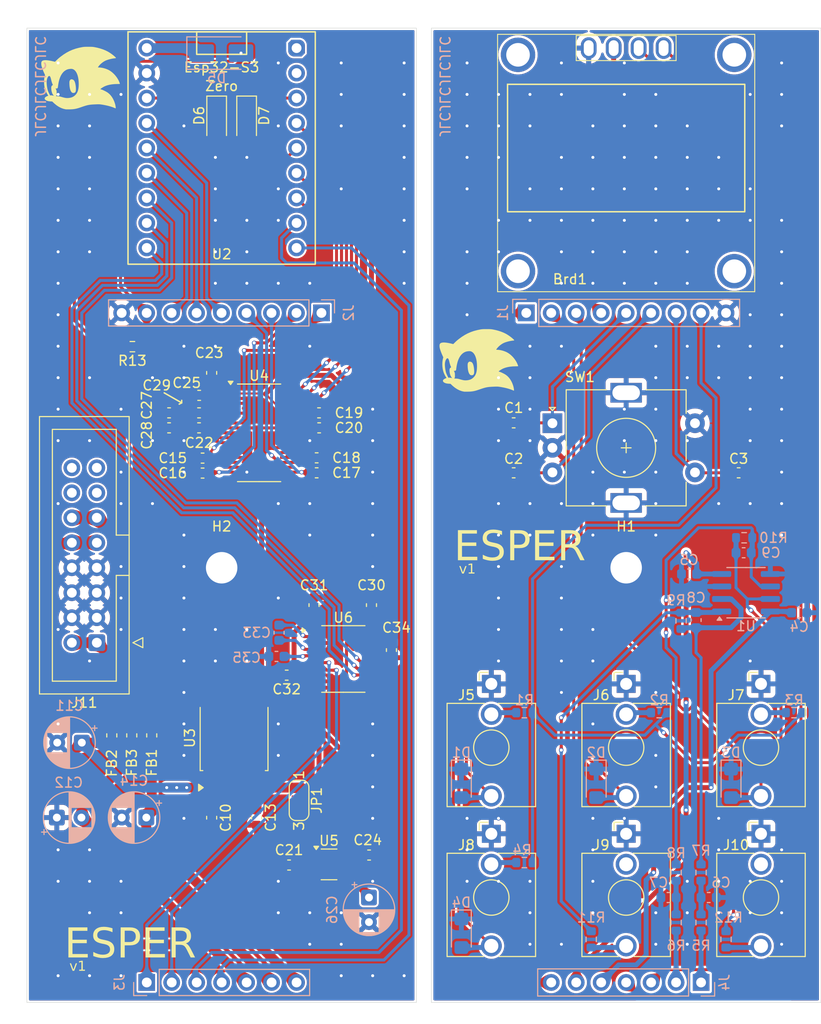
<source format=kicad_pcb>
(kicad_pcb (version 20241229) (generator "pcbnew") (generator_version "9.0")
  (title_block (title "Esper") (date "2025-05-13") (rev "1") (company "Sonic803"))
  (layers (0 "F.Cu" signal) (2 "B.Cu" signal) (13 "F.Paste" user) (15 "B.Paste" user) (5 "F.SilkS" user "F.Silkscreen") (7 "B.SilkS" user "B.Silkscreen") (1 "F.Mask" user) (3 "B.Mask" user) (25 "Edge.Cuts" user))
  (net 0 "")
  (net 1 "+5V")
  (net 2 "/Out/+5V")
  (net 3 "GND")
  (net 4 "/Out/SCL")
  (net 5 "GNDL")
  (net 6 "/Out/SDA")
  (net 7 "/Out/+12V")
  (net 8 "/Input/Enc1")
  (net 9 "/Input/Enc2")
  (net 10 "/Out/-12V")
  (net 11 "/Main/Dac1")
  (net 12 "Net-(U1A--)")
  (net 13 "-12V")
  (net 14 "/Input/In1")
  (net 15 "+12V")
  (net 16 "Net-(JP1-A)")
  (net 17 "+3.3VA")
  (net 18 "/Main/Adc_SDI")
  (net 19 "/Out/Dac2")
  (net 20 "/Out/Dac1")
  (net 21 "/Input/In2")
  (net 22 "/Input/EncSw")
  (net 23 "Net-(C6-Pad2)")
  (net 24 "/Main/EncSw")
  (net 25 "/Main/Enc1")
  (net 26 "/Main/Enc2")
  (net 27 "/Main/In2")
  (net 28 "/Main/In1")
  (net 29 "/Main/Dac2")
  (net 30 "Net-(J5-PadTN)")
  (net 31 "Net-(J6-PadTN)")
  (net 32 "Net-(C7-Pad2)")
  (net 33 "Net-(C8-Pad1)")
  (net 34 "/Main/Prob")
  (net 35 "Net-(C9-Pad1)")
  (net 36 "Net-(U4-REFIO)")
  (net 37 "Net-(U1B--)")
  (net 38 "Net-(U4-REFCAP)")
  (net 39 "Net-(U6-CAPM)")
  (net 40 "Net-(U6-CAPP)")
  (net 41 "/Input/In3")
  (net 42 "/Input/In4")
  (net 43 "Net-(D5-K)")
  (net 44 "Net-(J11-Pin_11)")
  (net 45 "Net-(J11-Pin_10)")
  (net 46 "/Main/Adc_SDO")
  (net 47 "Net-(J11-Pin_1)")
  (net 48 "Net-(J7-PadTN)")
  (net 49 "Net-(J8-PadTN)")
  (net 50 "Net-(J9-PadT)")
  (net 52 "/Main/Adc_CS")
  (net 54 "+3.3V")
  (net 55 "/Main/Adc_SCLK")
  (net 56 "/Input/NORM_PROBE")
  (net 59 "Net-(U6-LDOO)")
  (net 60 "Net-(U6-VNEG)")
  (net 61 "/Main/Dac_BCK")
  (net 62 "/Main/Dac_LRCK")
  (net 63 "/Main/In4")
  (net 64 "/Main/Dac_DIN")
  (net 65 "/Main/D_SCL")
  (net 66 "/Main/D_SDA")
  (net 67 "Net-(J10-PadT)")
  (net 72 "/Main/In3")
  (net 75 "/Main/5Vadc")
  (footprint "Library:MountingHole_3.2mm_M3_Pad" (layer "F.Cu") (at 152.4 100.584)
    (property "Reference" "H2")
    (property "Value" "M3")
  )
  (footprint "Library:C_0603_1608Metric" (layer "F.Cu") (at 159.258 130.81 180)
    (property "Reference" "C21")
    (property "Value" "100n")
  )
  (footprint "Library:C_0603_1608Metric" (layer "F.Cu") (at 182.105 90.932)
    (property "Reference" "C2")
    (property "Value" "10nF")
  )
  (footprint "Library:SolderJumper-3_P1.3mm_Open_RoundedPad1.0x1.5mm_NumberLabels" (layer "F.Cu") (at 160.274 124.236 -90)
    (property "Reference" "JP1")
    (property "Value" "SolderJumper_3_Open")
  )
  (footprint "Library:RotaryEncoder_Switch" (layer "F.Cu") (at 193.548 88.392)
    (property "Reference" "SW1")
    (property "Value" "RotaryEncoder_Switch_MP")
  )
  (footprint "Library:C_0603_1608Metric" (layer "F.Cu") (at 162.319 86.36)
    (property "Reference" "C20")
    (property "Value" "1u")
  )
  (footprint "Library:Sonic" (layer "F.Cu") (at 178.562 79.502)
    (property "Reference" "G***" (hide yes))
    (property "Value" "LOGO" (hide yes))
  )
  (footprint "Library:SOT-23-5" (layer "F.Cu") (at 163.322 130.744)
    (property "Reference" "U5")
    (property "Value" "ME6211C33M5")
  )
  (footprint "Library:C_0603_1608Metric" (layer "F.Cu") (at 159.017 111.506 180)
    (property "Reference" "C32")
    (property "Value" "100n")
  )
  (footprint "Library:D_SOD-123" (layer "F.Cu") (at 154.94 54.99 -90)
    (property "Reference" "D7")
    (property "Value" "BAT43")
  )
  (footprint "Library:D_SOD-123" (layer "F.Cu") (at 151.892 54.99 -90)
    (property "Reference" "D6")
    (property "Value" "BAT43")
  )
  (footprint "Library:C_0603_1608Metric" (layer "F.Cu") (at 147.053 86.36 180)
    (property "Reference" "C28")
    (property "Value" "10u")
  )
  (footprint "Library:Jack" (layer "F.Cu") (at 207.264 134.112)
    (property "Reference" "J10")
    (property "Value" "Dac2")
  )
  (footprint "Library:Jack" (layer "F.Cu") (at 207.264 118.872)
    (property "Reference" "J7")
    (property "Value" "In3")
  )
  (footprint "Library:C_0603_1608Metric" (layer "F.Cu") (at 169.672 108.953 -90)
    (property "Reference" "C34")
    (property "Value" "100n")
  )
  (footprint "Library:C_0603_1608Metric" (layer "F.Cu") (at 162.065 89.408 180)
    (property "Reference" "C18")
    (property "Value" "1n")
  )
  (footprint "Library:C_0603_1608Metric" (layer "F.Cu") (at 204.991 90.932)
    (property "Reference" "C3")
    (property "Value" "_10pF")
  )
  (footprint "Library:C_0603_1608Metric" (layer "F.Cu") (at 150.460806 89.437348)
    (property "Reference" "C15")
    (property "Value" "1n")
  )
  (footprint "Library:C_0603_1608Metric" (layer "F.Cu") (at 182.105 85.852 180)
    (property "Reference" "C1")
    (property "Value" "10nF")
  )
  (footprint "Library:C_0603_1608Metric" (layer "F.Cu") (at 167.399 129.794 180)
    (property "Reference" "C24")
    (property "Value" "100n")
  )
  (footprint "Library:Jack" (layer "F.Cu") (at 179.832 118.872)
    (property "Reference" "J5")
    (property "Value" "In1")
  )
  (footprint "Library:L_0603_1608Metric" (layer "F.Cu") (at 145.288 117.6275 -90)
    (property "Reference" "FB1")
    (property "Value" "BLM18R")
  )
  (footprint "Library:L_0603_1608Metric" (layer "F.Cu") (at 143.256 117.6275 -90)
    (property "Reference" "FB3")
    (property "Value" "BLM18R")
  )
  (footprint "Library:C_0603_1608Metric" (layer "F.Cu") (at 150.460806 90.961348)
    (property "Reference" "C16")
    (property "Value" "1n")
  )
  (footprint "Library:C_0603_1608Metric" (layer "F.Cu") (at 147.053 84.836 180)
    (property "Reference" "C27")
    (property "Value" "10u")
  )
  (footprint "Library:MountingHole_3.2mm_M3_Pad" (layer "F.Cu") (at 193.548 100.584)
    (property "Reference" "H1")
    (property "Value" "M3")
  )
  (footprint "Library:TO-252-3_TabPin2" (layer "F.Cu") (at 153.664 117.896 90)
    (property "Reference" "U3")
    (property "Value" "LM78M05_TO252")
  )
  (footprint "Library:Jack" (layer "F.Cu") (at 179.832 134.112)
    (property "Reference" "J8")
    (property "Value" "In4")
  )
  (footprint "Library:Esp32-S3 Zero" (layer "F.Cu") (at 158.75 47.752)
    (property "Reference" "U2")
    (property "Value" "ESP32_S3_zero")
  )
  (footprint "Library:C_0603_1608Metric" (layer "F.Cu") (at 150.114 83.058 180)
    (property "Reference" "C25")
    (property "Value" "10u")
  )
  (footprint "Library:TSSOP-20_4.4x6.5mm_P0.65mm" (layer "F.Cu") (at 164.7775 109.859)
    (property "Reference" "U6")
    (property "Value" "PCM5102A")
  )
  (footprint "Library:IDC-Header_2x08_P2.54mm_Vertical" (layer "F.Cu") (at 139.7 108.204 180)
    (property "Reference" "J11")
    (property "Value" "Conn_02x08_Odd_Even")
  )
  (footprint "Library:L_0603_1608Metric" (layer "F.Cu") (at 141.224 117.6275 -90)
    (property "Reference" "FB2")
    (property "Value" "BLM18R")
  )
  (footprint "Library:C_0603_1608Metric" (layer "F.Cu") (at 151.384 125.997 -90)
    (property "Reference" "C10")
    (property "Value" "220n")
  )
  (footprint "Library:128x64OLED" (layer "F.Cu") (at 193.548 57.912)
    (property "Reference" "Brd1")
    (property "Value" "SSD1306")
  )
  (footprint "Library:C_0603_1608Metric" (layer "F.Cu") (at 162.306 84.836)
    (property "Reference" "C19")
    (property "Value" "10u")
  )
  (footprint "Library:Jack" (layer "F.Cu") (at 193.548 118.872)
    (property "Reference" "J6")
    (property "Value" "In2")
  )
  (footprint "Library:Jack" (layer "F.Cu") (at 193.548 134.112)
    (property "Reference" "J9")
    (property "Value" "Dac1")
  )
  (footprint "Library:C_0603_1608Metric" (layer "F.Cu") (at 161.798 104.381 90)
    (property "Reference" "C31")
    (property "Value" "100n")
  )
  (footprint "Library:C_0603_1608Metric" (layer "F.Cu") (at 150.101 84.836 180)
    (property "Reference" "C29")
    (property "Value" "1u")
  )
  (footprint "Library:C_0603_1608Metric" (layer "F.Cu") (at 162.065 90.932 180)
    (property "Reference" "C17")
    (property "Value" "1n")
  )
  (footprint "Library:Sonic" (layer "F.Cu") (at 138.049 50.8)
    (property "Reference" "G***" (hide yes))
    (property "Value" "LOGO" (hide yes))
  )
  (footprint "Library:R_0603_1608Metric" (layer "F.Cu") (at 143.32 78.105 180)
    (property "Reference" "R13")
    (property "Value" "_")
  )
  (footprint "Library:C_0603_1608Metric" (layer "F.Cu") (at 167.64 104.381 90)
    (property "Reference" "C30")
    (property "Value" "100n")
  )
  (footprint "Library:TSSOP-38_4.4x9.7mm_P0.5mm" (layer "F.Cu") (at 156.21 86.868)
    (property "Reference" "U4")
    (property "Value" "ADS8688")
  )
  (footprint "Library:C_0603_1608Metric" (layer "F.Cu") (at 155.956 125.984 -90)
    (property "Reference" "C13")
    (property "Value" "100n")
  )
  (footprint "Library:C_0603_1608Metric" (layer "F.Cu") (at 150.101 86.36 180)
    (property "Reference" "C22")
    (property "Value" "1u")
  )
  (footprint "Library:C_0603_1608Metric" (layer "F.Cu") (at 151.384 80.772 90)
    (property "Reference" "C23")
    (property "Value" "10u")
  )
  (footprint "Library:PinSocket_1x09_P2.54mm_Vertical" (layer "B.Cu") (at 162.55 74.676 90)
    (property "Reference" "J2")
    (property "Value" "m_in_Con")
  )
  (footprint "Library:C_0603_1608Metric" (layer "B.Cu") (at 197.853 134.112)
    (property "Reference" "C7")
    (property "Value" "1n")
  )
  (footprint "Library:R_0603_1608Metric" (layer "B.Cu") (at 189.992 138.367 90)
    (property "Reference" "R11")
    (property "Value" "1k")
  )
  (footprint "Library:R_0603_1608Metric" (layer "B.Cu") (at 183.197 115.316)
    (property "Reference" "R1")
    (property "Value" "10k")
  )
  (footprint "Library:CP_Radial_D5.0mm_P2.50mm" (layer "B.Cu") (at 138.176 118.364 180)
    (property "Reference" "C11")
    (property "Value" "10u")
  )
  (footprint "Library:CP_Radial_D5.0mm_P2.50mm" (layer "B.Cu") (at 144.74 125.984 180)
    (property "Reference" "C14")
    (property "Value" "10u")
  )
  (footprint "Library:C_0603_1608Metric" (layer "B.Cu") (at 157.975 109.601 180)
    (property "Reference" "C35")
    (property "Value" "2.2u")
  )
  (footprint "Library:R_0603_1608Metric" (layer "B.Cu") (at 199.136 105.981 -90)
    (property "Reference" "R9")
    (property "Value" "33k")
  )
  (footprint "Library:D_SMF" (layer "B.Cu") (at 176.784 137.742 -90)
    (property "Reference" "D4")
    (property "Value" "SMF16A")
  )
  (footprint "Library:R_0603_1608Metric" (layer "B.Cu") (at 205.549 97.536)
    (property "Reference" "R10")
    (property "Value" "33k")
  )
  (footprint "Library:C_0603_1608Metric" (layer "B.Cu") (at 199.95 101.219 180)
    (property "Reference" "C5")
    (property "Value" "0.1u")
  )
  (footprint "Library:R_0603_1608Metric" (layer "B.Cu") (at 203.708 138.367 90)
    (property "Reference" "R12")
    (property "Value" "1k")
  )
  (footprint "Library:C_0603_1608Metric" (layer "B.Cu") (at 158.242 107.188 -90)
    (property "Reference" "C33")
    (property "Value" "2.2u")
  )
  (footprint "Library:PinSocket_1x07_P2.54mm_Vertical" (layer "B.Cu") (at 144.78 142.748 -90)
    (property "Reference" "J3")
    (property "Value" "m_Out_Con")
  )
  (footprint "Library:D_SMA" (layer "B.Cu") (at 152.368 48.26)
    (property "Reference" "D5")
    (property "Value" "B340A")
  )
  (footprint "Library:R_0603_1608Metric" (layer "B.Cu") (at 183.197 130.556)
    (property "Reference" "R4")
    (property "Value" "10k")
  )
  (footprint "Library:CP_Radial_D5.0mm_P2.50mm" (layer "B.Cu") (at 135.636 125.984)
    (property "Reference" "C12")
    (property "Value" "10u")
  )
  (footprint "Library:C_0603_1608Metric" (layer "B.Cu") (at 205.499 99.06)
    (property "Reference" "C9")
    (property "Value" "_10p")
  )
  (footprint "Library:C_0603_1608Metric" (layer "B.Cu") (at 201.943 134.112 180)
    (property "Reference" "C6")
    (property "Value" "1n")
  )
  (footprint "Library:D_SMF" (layer "B.Cu") (at 176.784 122.502 -90)
    (property "Reference" "D1")
    (property "Value" "SMF16A")
  )
  (footprint "Library:R_0603_1608Metric" (layer "B.Cu") (at 201.168 131.572 90)
    (property "Reference" "R7")
    (property "Value" "10k")
  )
  (footprint "Library:C_0603_1608Metric" (layer "B.Cu") (at 211.152 105.156)
    (property "Reference" "C4")
    (property "Value" "0.1u")
  )
  (footprint "Library:D_SMF" (layer "B.Cu") (at 190.5 122.502 -90)
    (property "Reference" "D2")
    (property "Value" "SMF16A")
  )
  (footprint "Library:D_SMF" (layer "B.Cu") (at 204.216 122.502 -90)
    (property "Reference" "D3")
    (property "Value" "SMF16A")
  )
  (footprint "Library:R_0603_1608Metric" (layer "B.Cu") (at 201.168 136.652 90)
    (property "Reference" "R5")
    (property "Value" "2.2k")
  )
  (footprint "Library:C_0603_1608Metric" (layer "B.Cu") (at 200.66 105.905 -90)
    (property "Reference" "C8")
    (property "Value" "_10p")
  )
  (footprint "Library:CP_Radial_D5.0mm_P2.50mm" (layer "B.Cu") (at 167.386 134.112 -90)
    (property "Reference" "C26")
    (property "Value" "10u")
  )
  (footprint "Library:SOIC-8_3.9x4.9mm_P1.27mm" (layer "B.Cu") (at 205.74 103.124)
    (property "Reference" "U1")
    (property "Value" "TL072")
  )
  (footprint "Library:R_0603_1608Metric" (layer "B.Cu") (at 196.913 115.316)
    (property "Reference" "R2")
    (property "Value" "10k")
  )
  (footprint "Library:PinHeader_1x07_P2.54mm_Vertical" (layer "B.Cu") (at 201.168 142.748 90)
    (property "Reference" "J4")
    (property "Value" "c_Out_Con")
  )
  (footprint "Library:R_0603_1608Metric" (layer "B.Cu") (at 198.628 136.652 90)
    (property "Reference" "R6")
    (property "Value" "2.2k")
  )
  (footprint "Library:R_0603_1608Metric" (layer "B.Cu") (at 198.628 131.572 90)
    (property "Reference" "R8")
    (property "Value" "10k")
  )
  (footprint "Library:PinHeader_1x09_P2.54mm_Vertical" (layer "B.Cu") (at 183.388 74.676 -90)
    (property "Reference" "J1")
    (property "Value" "c_In_Con")
  )
  (footprint "Library:R_0603_1608Metric" (layer "B.Cu") (at 210.629 115.316)
    (property "Reference" "R3")
    (property "Value" "10k")
  )
  (gr_line (start 148.336 83.82) (end 148.082 83.947) (stroke (width 0.15)) (layer "F.SilkS"))
  (gr_line (start 148.336 83.82) (end 146.558 82.804) (stroke (width 0.15)) (layer "F.SilkS"))
  (gr_line (start 148.336 83.566) (end 148.336 83.82) (stroke (width 0.15)) (layer "F.SilkS"))
  (gr_rect (start 173.736 45.72) (end 213.36 144.78) (stroke (width 0.05)) (fill no) (layer "Edge.Cuts"))
  (gr_rect (start 132.588 45.72) (end 172.212 144.78) (stroke (width 0.05)) (fill no) (layer "Edge.Cuts"))
  (gr_text "ESPER" (at 176.022 100.33 0) (layer "F.SilkS") (effects (font (size 3 3)) (justify left bottom)))
  (gr_text "v1" (at 136.906 141.732 0) (layer "F.SilkS") (effects (font (size 1 1)) (justify left bottom)))
  (gr_text "ESPER" (at 136.398 140.716 0) (layer "F.SilkS") (effects (font (size 3 3)) (justify left bottom)))
  (gr_text "v1" (at 176.53 101.346 0) (layer "F.SilkS") (effects (font (size 1 1)) (justify left bottom)))
  (gr_text "JLCJLCJLCJLC" (at 133.35 56.896 270) (layer "B.SilkS") (effects (font (size 1 1)) (justify left bottom mirror)))
  (gr_text "JLCJLCJLCJLC" (at 174.498 56.896 270) (layer "B.SilkS") (effects (font (size 1 1)) (justify left bottom mirror)))
  (segment (start 161.4235 129.9275) (end 160.541 130.81) (width 0.5) (layer "F.Cu") (net 1))
  (segment (start 162.1845 129.794) (end 161.557 129.794) (width 0.5) (layer "F.Cu") (net 1))
  (segment (start 147.066 116.637) (end 147.066 100.076) (width 0.3) (layer "F.Cu") (net 1))
  (segment (start 145.288 118.415) (end 145.288 125.436) (width 1) (layer "F.Cu") (net 1))
  (segment (start 160.274 125.536) (end 160.214 125.536) (width 1) (layer "F.Cu") (net 1))
  (segment (start 137.414 75.438) (end 137.414 51.308) (width 0.3) (layer "F.Cu") (net 1))
  (segment (start 160.541 130.81) (end 161.425 131.694) (width 0.5) (layer "F.Cu") (net 1))
  (segment (start 145.288 125.436) (end 144.74 125.984) (width 1) (layer "F.Cu") (net 1))
  (segment (start 160.02 142.748) (end 151.511 134.239) (width 1) (layer "F.Cu") (net 1))
  (segment (start 160.033 130.81) (end 160.541 130.81) (width 0.5) (layer "F.Cu") (net 1))
  (segment (start 144.74 127.468) (end 144.74 125.984) (width 1) (layer "F.Cu") (net 1))
  (segment (start 147.066 100.076) (end 143.002 96.012) (width 0.3) (layer "F.Cu") (net 1))
  (segment (start 145.288 118.415) (end 147.066 116.637) (width 0.3) (layer "F.Cu") (net 1))
  (segment (start 161.4235 126.6855) (end 160.274 125.536) (width 0.5) (layer "F.Cu") (net 1))
  (segment (start 161.425 131.694) (end 162.1845 131.694) (width 0.5) (layer "F.Cu") (net 1))
  (segment (start 161.4235 129.9275) (end 161.4235 126.6855) (width 0.5) (layer "F.Cu") (net 1))
  (segment (start 160.214 125.536) (end 151.511 134.239) (width 1) (layer "F.Cu") (net 1))
  (segment (start 161.557 129.794) (end 161.4235 129.9275) (width 0.5) (layer "F.Cu") (net 1))
  (segment (start 139.631 49.091) (end 153.537 49.091) (width 0.3) (layer "F.Cu") (net 1))
  (segment (start 151.511 134.239) (end 144.74 127.468) (width 1) (layer "F.Cu") (net 1))
  (segment (start 143.002 96.012) (end 143.002 81.026) (width 0.3) (layer "F.Cu") (net 1))
  (segment (start 153.537 49.091) (end 154.368 48.26) (width 0.3) (layer "F.Cu") (net 1))
  (segment (start 143.002 81.026) (end 137.414 75.438) (width 0.3) (layer "F.Cu") (net 1))
  (segment (start 137.414 51.308) (end 139.631 49.091) (width 0.3) (layer "F.Cu") (net 1))
  (via (at 154.368 48.26) (size 0.45) (drill 0.3) (layers "F.Cu" "B.Cu") (net 1))
  (segment (start 192.278 47.752) (end 192.278 49.53) (width 0.5) (layer "F.Cu") (net 2))
  (segment (start 174.752 67.056) (end 174.752 141.224) (width 0.5) (layer "F.Cu") (net 2))
  (segment (start 174.752 141.224) (end 176.276 142.748) (width 0.5) (layer "F.Cu") (net 2))
  (segment (start 176.276 142.748) (end 185.928 142.748) (width 0.5) (layer "F.Cu") (net 2))
  (segment (start 192.278 49.53) (end 174.752 67.056) (width 0.5) (layer "F.Cu") (net 2))
  (via (at 148.563 119.662) (size 0.45) (drill 0.3) (layers "F.Cu" "B.Cu") (net 3))
  (via (at 151.763 106.862) (size 0.45) (drill 0.3) (layers "F.Cu" "B.Cu") (net 3))
  (via (at 135.763 52.462) (size 0.45) (drill 0.3) (layers "F.Cu" "B.Cu") (net 3))
  (via (at 145.363 94.062) (size 0.45) (drill 0.3) (layers "F.Cu" "B.Cu") (net 3))
  (via (at 135.763 106.862) (size 0.45) (drill 0.3) (layers "F.Cu" "B.Cu") (net 3))
  (via (at 158.163 49.262) (size 0.45) (drill 0.3) (layers "F.Cu" "B.Cu") (net 3))
  (via (at 151.763 110.062) (size 0.45) (drill 0.3) (layers "F.Cu" "B.Cu") (net 3))
  (via (at 148.563 87.662) (size 0.45) (drill 0.3) (layers "F.Cu" "B.Cu") (net 3))
  (via (at 167.763 97.262) (size 0.45) (drill 0.3) (layers "F.Cu" "B.Cu") (net 3))
  (via (at 135.763 84.462) (size 0.45) (drill 0.3) (layers "F.Cu" "B.Cu") (net 3))
  (via (at 138.963 81.262) (size 0.45) (drill 0.3) (layers "F.Cu" "B.Cu") (net 3))
  (via (at 158.163 62.062) (size 0.45) (drill 0.3) (layers "F.Cu" "B.Cu") (net 3))
  (via (at 170.963 62.062) (size 0.45) (drill 0.3) (layers "F.Cu" "B.Cu") (net 3))
  (via (at 135.763 94.062) (size 0.45) (drill 0.3) (layers "F.Cu" "B.Cu") (net 3))
  (via (at 170.963 58.862) (size 0.45) (drill 0.3) (layers "F.Cu" "B.Cu") (net 3))
  (via (at 161.363 94.062) (size 0.45) (drill 0.3) (layers "F.Cu" "B.Cu") (net 3))
  (via (at 167.763 122.862) (size 0.45) (drill 0.3) (layers "F.Cu" "B.Cu") (net 3))
  (via (at 167.763 100.462) (size 0.45) (drill 0.3) (layers "F.Cu" "B.Cu") (net 3))
  (via (at 138.963 87.662) (size 0.45) (drill 0.3) (layers "F.Cu" "B.Cu") (net 3))
  (via (at 138.963 65.262) (size 0.45) (drill 0.3) (layers "F.Cu" "B.Cu") (net 3))
  (via (at 151.763 65.262) (size 0.45) (drill 0.3) (layers "F.Cu" "B.Cu") (net 3))
  (via (at 142.163 103.662) (size 0.45) (drill 0.3) (layers "F.Cu" "B.Cu") (net 3))
  (via (at 167.763 132.462) (size 0.45) (drill 0.3) (layers "F.Cu" "B.Cu") (net 3))
  (via (at 135.763 129.262) (size 0.45) (drill 0.3) (layers "F.Cu" "B.Cu") (net 3))
  (via (at 167.763 84.462) (size 0.45) (drill 0.3) (layers "F.Cu" "B.Cu") (net 3))
  (via (at 135.763 74.862) (size 0.45) (drill 0.3) (layers "F.Cu" "B.Cu") (net 3))
  (via (at 164.563 142.062) (size 0.45) (drill 0.3) (layers "F.Cu" "B.Cu") (net 3))
  (via (at 138.963 135.662) (size 0.45) (drill 0.3) (layers "F.Cu" "B.Cu") (net 3))
  (via (at 170.963 142.062) (size 0.45) (drill 0.3) (layers "F.Cu" "B.Cu") (net 3))
  (via (at 148.563 126.062) (size 0.45) (drill 0.3) (layers "F.Cu" "B.Cu") (net 3))
  (via (at 142.163 106.862) (size 0.45) (drill 0.3) (layers "F.Cu" "B.Cu") (net 3))
  (via (at 167.763 142.062) (size 0.45) (drill 0.3) (layers "F.Cu" "B.Cu") (net 3))
  (via (at 170.963 65.262) (size 0.45) (drill 0.3) (layers "F.Cu" "B.Cu") (net 3))
  (via (at 138.963 142.062) (size 0.45) (drill 0.3) (layers "F.Cu" "B.Cu") (net 3))
  (via (at 167.763 119.662) (size 0.45) (drill 0.3) (layers "F.Cu" "B.Cu") (net 3))
  (via (at 161.363 97.262) (size 0.45) (drill 0.3) (layers "F.Cu" "B.Cu") (net 3))
  (via (at 135.763 49.262) (size 0.45) (drill 0.3) (layers "F.Cu" "B.Cu") (net 3))
  (via (at 148.563 100.462) (size 0.45) (drill 0.3) (layers "F.Cu" "B.Cu") (net 3))
  (via (at 161.363 71.662) (size 0.45) (drill 0.3) (layers "F.Cu" "B.Cu") (net 3))
  (via (at 164.563 62.062) (size 0.45) (drill 0.3) (layers "F.Cu" "B.Cu") (net 3))
  (via (at 135.763 62.062) (size 0.45) (drill 0.3) (layers "F.Cu" "B.Cu") (net 3))
  (via (at 142.163 94.062) (size 0.45) (drill 0.3) (layers "F.Cu" "B.Cu") (net 3))
  (via (at 158.163 55.662) (size 0.45) (drill 0.3) (layers "F.Cu" "B.Cu") (net 3))
  (via (at 138.963 129.262) (size 0.45) (drill 0.3) (layers "F.Cu" "B.Cu") (net 3))
  (via (at 164.563 135.662) (size 0.45) (drill 0.3) (layers "F.Cu" "B.Cu") (net 3))
  (via (at 158.163 119.662) (size 0.45) (drill 0.3) (layers "F.Cu" "B.Cu") (net 3))
  (via (at 154.963 90.862) (size 0.45) (drill 0.3) (layers "F.Cu" "B.Cu") (net 3))
  (via (at 142.163 52.462) (size 0.45) (drill 0.3) (layers "F.Cu" "B.Cu") (net 3))
  (via (at 154.963 65.262) (size 0.45) (drill 0.3) (layers "F.Cu" "B.Cu") (net 3))
  (via (at 158.163 71.662) (size 0.45) (drill 0.3) (layers "F.Cu" "B.Cu") (net 3))
  (via (at 151.763 62.062) (size 0.45) (drill 0.3) (layers "F.Cu" "B.Cu") (net 3))
  (via (at 170.963 52.462) (size 0.45) (drill 0.3) (layers "F.Cu" "B.Cu") (net 3))
  (via (at 142.163 90.862) (size 0.45) (drill 0.3) (layers "F.Cu" "B.Cu") (net 3))
  (via (at 148.563 78.062) (size 0.45) (drill 0.3) (layers "F.Cu" "B.Cu") (net 3))
  (via (at 154.963 58.862) (size 0.45) (drill 0.3) (layers "F.Cu" "B.Cu") (net 3))
  (via (at 158.163 135.662) (size 0.45) (drill 0.3) (layers "F.Cu" "B.Cu") (net 3))
  (via (at 148.563 103.662) (size 0.45) (drill 0.3) (layers "F.Cu" "B.Cu") (net 3))
  (via (at 135.763 65.262) (size 0.45) (drill 0.3) (layers "F.Cu" "B.Cu") (net 3))
  (via (at 154.963 106.862) (size 0.45) (drill 0.3) (layers "F.Cu" "B.Cu") (net 3))
  (via (at 164.563 55.662) (size 0.45) (drill 0.3) (layers "F.Cu" "B.Cu") (net 3))
  (via (at 148.563 97.262) (size 0.45) (drill 0.3) (layers "F.Cu" "B.Cu") (net 3))
  (via (at 151.763 68.462) (size 0.45) (drill 0.3) (layers "F.Cu" "B.Cu") (net 3))
  (via (at 170.963 55.662) (size 0.45) (drill 0.3) (layers "F.Cu" "B.Cu") (net 3))
  (via (at 138.963 110.062) (size 0.45) (drill 0.3) (layers "F.Cu" "B.Cu") (net 3))
  (via (at 138.963 68.462) (size 0.45) (drill 0.3) (layers "F.Cu" "B.Cu") (net 3))
  (via (at 138.963 62.062) (size 0.45) (drill 0.3) (layers "F.Cu" "B.Cu") (net 3))
  (via (at 154.963 110.062) (size 0.45) (drill 0.3) (layers "F.Cu" "B.Cu") (net 3))
  (via (at 170.963 68.462) (size 0.45) (drill 0.3) (layers "F.Cu" "B.Cu") (net 3))
  (via (at 158.163 94.062) (size 0.45) (drill 0.3) (layers "F.Cu" "B.Cu") (net 3))
  (via (at 161.363 78.062) (size 0.45) (drill 0.3) (layers "F.Cu" "B.Cu") (net 3))
  (via (at 164.563 138.862) (size 0.45) (drill 0.3) (layers "F.Cu" "B.Cu") (net 3))
  (via (at 135.763 68.462) (size 0.45) (drill 0.3) (layers "F.Cu" "B.Cu") (net 3))
  (via (at 151.763 58.862) (size 0.45) (drill 0.3) (layers "F.Cu" "B.Cu") (net 3))
  (via (at 161.363 138.862) (size 0.45) (drill 0.3) (layers "F.Cu" "B.Cu") (net 3))
  (via (at 148.563 116.462) (size 0.45) (drill 0.3) (layers "F.Cu" "B.Cu") (net 3))
  (via (at 142.163 142.062) (size 0.45) (drill 0.3) (layers "F.Cu" "B.Cu") (net 3))
  (via (at 167.763 94.062) (size 0.45) (drill 0.3) (layers "F.Cu" "B.Cu") (net 3))
  (via (at 154.963 68.462) (size 0.45) (drill 0.3) (layers "F.Cu" "B.Cu") (net 3))
  (via (at 145.363 81.262) (size 0.45) (drill 0.3) (layers "F.Cu" "B.Cu") (net 3))
  (via (at 138.963 55.662) (size 0.45) (drill 0.3) (layers "F.Cu" "B.Cu") (net 3))
  (via (at 145.363 87.662) (size 0.45) (drill 0.3) (layers "F.Cu" "B.Cu") (net 3))
  (via (at 135.763 58.862) (size 0.45) (drill 0.3) (layers "F.Cu" "B.Cu") (net 3))
  (via (at 148.563 106.862) (size 0.45) (drill 0.3) (layers "F.Cu" "B.Cu") (net 3))
  (via (at 167.763 126.062) (size 0.45) (drill 0.3) (layers "F.Cu" "B.Cu") (net 3))
  (via (at 142.163 132.462) (size 0.45) (drill 0.3) (layers "F.Cu" "B.Cu") (net 3))
  (via (at 135.763 87.662) (size 0.45) (drill 0.3) (layers "F.Cu" "B.Cu") (net 3))
  (via (at 135.763 55.662) (size 0.45) (drill 0.3) (layers "F.Cu" "B.Cu") (net 3))
  (via (at 135.763 81.262) (size 0.45) (drill 0.3) (layers "F.Cu" "B.Cu") (net 3))
  (via (at 161.363 135.662) (size 0.45) (drill 0.3) (layers "F.Cu" "B.Cu") (net 3))
  (via (at 167.763 116.462) (size 0.45) (drill 0.3) (layers "F.Cu" "B.Cu") (net 3))
  (via (at 154.963 71.662) (size 0.45) (drill 0.3) (layers "F.Cu" "B.Cu") (net 3))
  (via (at 151.763 71.662) (size 0.45) (drill 0.3) (layers "F.Cu" "B.Cu") (net 3))
  (via (at 135.763 116.462) (size 0.45) (drill 0.3) (layers "F.Cu" "B.Cu") (net 3))
  (via (at 135.763 78.062) (size 0.45) (drill 0.3) (layers "F.Cu" "B.Cu") (net 3))
  (via (at 158.163 65.262) (size 0.45) (drill 0.3) (layers "F.Cu" "B.Cu") (net 3))
  (via (at 138.963 58.862) (size 0.45) (drill 0.3) (layers "F.Cu" "B.Cu") (net 3))
  (via (at 148.563 110.062) (size 0.45) (drill 0.3) (layers "F.Cu" "B.Cu") (net 3))
  (via (at 151.763 78.062) (size 0.45) (drill 0.3) (layers "F.Cu" "B.Cu") (net 3))
  (via (at 142.163 135.662) (size 0.45) (drill 0.3) (layers "F.Cu" "B.Cu") (net 3))
  (via (at 164.563 52.462) (size 0.45) (drill 0.3) (layers "F.Cu" "B.Cu") (net 3))
  (via (at 167.763 90.862) (size 0.45) (drill 0.3) (layers "F.Cu" "B.Cu") (net 3))
  (via (at 148.563 55.662) (size 0.45) (drill 0.3) (layers "F.Cu" "B.Cu") (net 3))
  (via (at 138.963 52.462) (size 0.45) (drill 0.3) (layers "F.Cu" "B.Cu") (net 3))
  (via (at 142.163 100.462) (size 0.45) (drill 0.3) (layers "F.Cu" "B.Cu") (net 3))
  (via (at 138.963 132.462) (size 0.45) (drill 0.3) (layers "F.Cu" "B.Cu") (net 3))
  (via (at 135.763 142.062) (size 0.45) (drill 0.3) (layers "F.Cu" "B.Cu") (net 3))
  (via (at 170.963 71.662) (size 0.45) (drill 0.3) (layers "F.Cu" "B.Cu") (net 3))
  (via (at 167.763 87.662) (size 0.45) (drill 0.3) (layers "F.Cu" "B.Cu") (net 3))
  (via (at 161.363 87.662) (size 0.45) (drill 0.3) (layers "F.Cu" "B.Cu") (net 3))
  (via (at 148.563 81.262) (size 0.45) (drill 0.3) (layers "F.Cu" "B.Cu") (net 3))
  (via (at 135.763 71.662) (size 0.45) (drill 0.3) (layers "F.Cu" "B.Cu") (net 3))
  (via (at 158.163 116.462) (size 0.45) (drill 0.3) (layers "F.Cu" "B.Cu") (net 3))
  (via (at 148.563 113.262) (size 0.45) (drill 0.3) (layers "F.Cu" "B.Cu") (net 3))
  (via (at 164.563 49.262) (size 0.45) (drill 0.3) (layers "F.Cu" "B.Cu") (net 3))
  (via (at 158.163 132.462) (size 0.45) (drill 0.3) (layers "F.Cu" "B.Cu") (net 3))
  (via (at 170.963 49.262) (size 0.45) (drill 0.3) (layers "F.Cu" "B.Cu") (net 3))
  (via (at 142.163 84.462) (size 0.45) (drill 0.3) (layers "F.Cu" "B.Cu") (net 3))
  (via (at 135.763 132.462) (size 0.45) (drill 0.3) (layers "F.Cu" "B.Cu") (net 3))
  (via (at 148.563 90.862) (size 0.45) (drill 0.3) (layers "F.Cu" "B.Cu") (net 3))
  (via (at 158.163 103.662) (size 0.45) (drill 0.3) (layers "F.Cu" "B.Cu") (net 3))
  (segment (start 197.389 141.447) (end 196.088 142.748) (width 0.3) (layer "F.Cu") (net 4))
  (segment (start 211.328 64.262) (end 211.328 139.192) (width 0.3) (layer "F.Cu") (net 4))
  (segment (start 211.328 139.192) (end 209.073 141.447) (width 0.3) (layer "F.Cu") (net 4))
  (segment (start 209.073 141.447) (end 197.389 141.447) (width 0.3) (layer "F.Cu") (net 4))
  (segment (start 194.818 47.752) (end 211.328 64.262) (width 0.3) (layer "F.Cu") (net 4))
  (via (at 180.563 81.262) (size 0.45) (drill 0.3) (layers "F.Cu" "B.Cu") (net 5))
  (via (at 206.163 110.062) (size 0.45) (drill 0.3) (layers "F.Cu" "B.Cu") (net 5))
  (via (at 177.363 74.862) (size 0.45) (drill 0.3) (layers "F.Cu" "B.Cu") (net 5))
  (via (at 209.363 78.062) (size 0.45) (drill 0.3) (layers "F.Cu" "B.Cu") (net 5))
  (via (at 190.163 58.862) (size 0.45) (drill 0.3) (layers "F.Cu" "B.Cu") (net 5))
  (via (at 190.163 116.462) (size 0.45) (drill 0.3) (layers "F.Cu" "B.Cu") (net 5))
  (via (at 193.363 49.262) (size 0.45) (drill 0.3) (layers "F.Cu" "B.Cu") (net 5))
  (via (at 190.163 62.062) (size 0.45) (drill 0.3) (layers "F.Cu" "B.Cu") (net 5))
  (via (at 199.763 138.862) (size 0.45) (drill 0.3) (layers "F.Cu" "B.Cu") (net 5))
  (via (at 177.363 62.062) (size 0.45) (drill 0.3) (layers "F.Cu" "B.Cu") (net 5))
  (via (at 186.963 78.062) (size 0.45) (drill 0.3) (layers "F.Cu" "B.Cu") (net 5))
  (via (at 209.363 90.862) (size 0.45) (drill 0.3) (layers "F.Cu" "B.Cu") (net 5))
  (via (at 196.563 84.462) (size 0.45) (drill 0.3) (layers "F.Cu" "B.Cu") (net 5))
  (via (at 180.563 58.862) (size 0.45) (drill 0.3) (layers "F.Cu" "B.Cu") (net 5))
  (via (at 180.563 52.462) (size 0.45) (drill 0.3) (layers "F.Cu" "B.Cu") (net 5))
  (via (at 180.563 103.662) (size 0.45) (drill 0.3) (layers "F.Cu" "B.Cu") (net 5))
  (via (at 177.363 49.262) (size 0.45) (drill 0.3) (layers "F.Cu" "B.Cu") (net 5))
  (via (at 206.163 81.262) (size 0.45) (drill 0.3) (layers "F.Cu" "B.Cu") (net 5))
  (via (at 183.763 78.062) (size 0.45) (drill 0.3) (layers "F.Cu" "B.Cu") (net 5))
  (via (at 180.563 97.262) (size 0.45) (drill 0.3) (layers "F.Cu" "B.Cu") (net 5))
  (via (at 209.363 74.862) (size 0.45) (drill 0.3) (layers "F.Cu" "B.Cu") (net 5))
  (via (at 190.163 65.262) (size 0.45) (drill 0.3) (layers "F.Cu" "B.Cu") (net 5))
  (via (at 186.963 110.062) (size 0.45) (drill 0.3) (layers "F.Cu" "B.Cu") (net 5))
  (via (at 199.763 78.062) (size 0.45) (drill 0.3) (layers "F.Cu" "B.Cu") (net 5))
  (via (at 196.563 122.862) (size 0.45) (drill 0.3) (layers "F.Cu" "B.Cu") (net 5))
  (via (at 180.563 94.062) (size 0.45) (drill 0.3) (layers "F.Cu" "B.Cu") (net 5))
  (via (at 177.363 71.662) (size 0.45) (drill 0.3) (layers "F.Cu" "B.Cu") (net 5))
  (via (at 190.163 94.062) (size 0.45) (drill 0.3) (layers "F.Cu" "B.Cu") (net 5))
  (via (at 183.763 52.462) (size 0.45) (drill 0.3) (layers "F.Cu" "B.Cu") (net 5))
  (via (at 199.763 62.062) (size 0.45) (drill 0.3) (layers "F.Cu" "B.Cu") (net 5))
  (via (at 183.763 132.462) (size 0.45) (drill 0.3) (layers "F.Cu" "B.Cu") (net 5))
  (via (at 202.963 78.062) (size 0.45) (drill 0.3) (layers "F.Cu" "B.Cu") (net 5))
  (via (at 193.363 65.262) (size 0.45) (drill 0.3) (layers "F.Cu" "B.Cu") (net 5))
  (via (at 183.763 55.662) (size 0.45) (drill 0.3) (layers "F.Cu" "B.Cu") (net 5))
  (via (at 180.563 65.262) (size 0.45) (drill 0.3) (layers "F.Cu" "B.Cu") (net 5))
  (via (at 196.563 138.862) (size 0.45) (drill 0.3) (layers "F.Cu" "B.Cu") (net 5))
  (via (at 209.363 97.262) (size 0.45) (drill 0.3) (layers "F.Cu" "B.Cu") (net 5))
  (via (at 177.363 126.062) (size 0.45) (drill 0.3) (layers "F.Cu" "B.Cu") (net 5))
  (via (at 193.363 71.662) (size 0.45) (drill 0.3) (layers "F.Cu" "B.Cu") (net 5))
  (via (at 196.563 119.662) (size 0.45) (drill 0.3) (layers "F.Cu" "B.Cu") (net 5))
  (via (at 199.763 65.262) (size 0.45) (drill 0.3) (layers "F.Cu" "B.Cu") (net 5))
  (via (at 180.563 55.662) (size 0.45) (drill 0.3) (layers "F.Cu" "B.Cu") (net 5))
  (via (at 190.163 68.462) (size 0.45) (drill 0.3) (layers "F.Cu" "B.Cu") (net 5))
  (via (at 186.963 106.862) (size 0.45) (drill 0.3) (layers "F.Cu" "B.Cu") (net 5))
  (via (at 186.963 100.462) (size 0.45) (drill 0.3) (layers "F.Cu" "B.Cu") (net 5))
  (via (at 186.963 52.462) (size 0.45) (drill 0.3) (layers "F.Cu" "B.Cu") (net 5))
  (via (at 193.363 126.062) (size 0.45) (drill 0.3) (layers "F.Cu" "B.Cu") (net 5))
  (via (at 202.963 132.462) (size 0.45) (drill 0.3) (layers "F.Cu" "B.Cu") (net 5))
  (via (at 193.363 87.662) (size 0.45) (drill 0.3) (layers "F.Cu" "B.Cu") (net 5))
  (via (at 206.163 87.662) (size 0.45) (drill 0.3) (layers "F.Cu" "B.Cu") (net 5))
  (via (at 206.163 62.062) (size 0.45) (drill 0.3) (layers "F.Cu" "B.Cu") (net 5))
  (via (at 206.163 135.662) (size 0.45) (drill 0.3) (layers "F.Cu" "B.Cu") (net 5))
  (via (at 206.163 78.062) (size 0.45) (drill 0.3) (layers "F.Cu" "B.Cu") (net 5))
  (via (at 209.363 55.662) (size 0.45) (drill 0.3) (layers "F.Cu" "B.Cu") (net 5))
  (via (at 206.163 132.462) (size 0.45) (drill 0.3) (layers "F.Cu" "B.Cu") (net 5))
  (via (at 190.163 90.862) (size 0.45) (drill 0.3) (layers "F.Cu" "B.Cu") (net 5))
  (via (at 199.763 55.662) (size 0.45) (drill 0.3) (layers "F.Cu" "B.Cu") (net 5))
  (via (at 180.563 126.062) (size 0.45) (drill 0.3) (layers "F.Cu" "B.Cu") (net 5))
  (via (at 209.363 52.462) (size 0.45) (drill 0.3) (layers "F.Cu" "B.Cu") (net 5))
  (via (at 180.563 87.662) (size 0.45) (drill 0.3) (layers "F.Cu" "B.Cu") (net 5))
  (via (at 186.963 49.262) (size 0.45) (drill 0.3) (layers "F.Cu" "B.Cu") (net 5))
  (via (at 193.363 58.862) (size 0.45) (drill 0.3) (layers "F.Cu" "B.Cu") (net 5))
  (via (at 180.563 110.062) (size 0.45) (drill 0.3) (layers "F.Cu" "B.Cu") (net 5))
  (via (at 190.163 126.062) (size 0.45) (drill 0.3) (layers "F.Cu" "B.Cu") (net 5))
  (via (at 186.963 94.062) (size 0.45) (drill 0.3) (layers "F.Cu" "B.Cu") (net 5))
  (via (at 190.163 132.462) (size 0.45) (drill 0.3) (layers "F.Cu" "B.Cu") (net 5))
  (via (at 180.563 100.462) (size 0.45) (drill 0.3) (layers "F.Cu" "B.Cu") (net 5))
  (via (at 196.563 90.862) (size 0.45) (drill 0.3) (layers "F.Cu" "B.Cu") (net 5))
  (via (at 186.963 138.862) (size 0.45) (drill 0.3) (layers "F.Cu" "B.Cu") (net 5))
  (via (at 196.563 113.262) (size 0.45) (drill 0.3) (layers "F.Cu" "B.Cu") (net 5))
  (via (at 183.763 62.062) (size 0.45) (drill 0.3) (layers "F.Cu" "B.Cu") (net 5))
  (via (at 196.563 62.062) (size 0.45) (drill 0.3) (layers "F.Cu" "B.Cu") (net 5))
  (via (at 202.963 129.262) (size 0.45) (drill 0.3) (layers "F.Cu" "B.Cu") (net 5))
  (via (at 206.163 94.062) (size 0.45) (drill 0.3) (layers "F.Cu" "B.Cu") (net 5))
  (via (at 186.963 103.662) (size 0.45) (drill 0.3) (layers "F.Cu" "B.Cu") (net 5))
  (via (at 186.963 58.862) (size 0.45) (drill 0.3) (layers "F.Cu" "B.Cu") (net 5))
  (via (at 180.563 132.462) (size 0.45) (drill 0.3) (layers "F.Cu" "B.Cu") (net 5))
  (via (at 183.763 135.662) (size 0.45) (drill 0.3) (layers "F.Cu" "B.Cu") (net 5))
  (via (at 183.763 94.062) (size 0.45) (drill 0.3) (layers "F.Cu" "B.Cu") (net 5))
  (via (at 193.363 62.062) (size 0.45) (drill 0.3) (layers "F.Cu" "B.Cu") (net 5))
  (via (at 177.363 55.662) (size 0.45) (drill 0.3) (layers "F.Cu" "B.Cu") (net 5))
  (via (at 199.763 68.462) (size 0.45) (drill 0.3) (layers "F.Cu" "B.Cu") (net 5))
  (via (at 209.363 49.262) (size 0.45) (drill 0.3) (layers "F.Cu" "B.Cu") (net 5))
  (via (at 190.163 97.262) (size 0.45) (drill 0.3) (layers "F.Cu" "B.Cu") (net 5))
  (via (at 190.163 110.062) (size 0.45) (drill 0.3) (layers "F.Cu" "B.Cu") (net 5))
  (via (at 196.563 87.662) (size 0.45) (drill 0.3) (layers "F.Cu" "B.Cu") (net 5))
  (via (at 209.363 65.262) (size 0.45) (drill 0.3) (layers "F.Cu" "B.Cu") (net 5))
  (via (at 190.163 135.662) (size 0.45) (drill 0.3) (layers "F.Cu" "B.Cu") (net 5))
  (via (at 183.763 87.662) (size 0.45) (drill 0.3) (layers "F.Cu" "B.Cu") (net 5))
  (via (at 180.563 106.862) (size 0.45) (drill 0.3) (layers "F.Cu" "B.Cu") (net 5))
  (via (at 202.963 81.262) (size 0.45) (drill 0.3) (layers "F.Cu" "B.Cu") (net 5))
  (via (at 193.363 90.862) (size 0.45) (drill 0.3) (layers "F.Cu" "B.Cu") (net 5))
  (via (at 177.363 52.462) (size 0.45) (drill 0.3) (layers "F.Cu" "B.Cu") (net 5))
  (via (at 196.563 58.862) (size 0.45) (drill 0.3) (layers "F.Cu" "B.Cu") (net 5))
  (via (at 202.963 126.062) (size 0.45) (drill 0.3) (layers "F.Cu" "B.Cu") (net 5))
  (via (at 196.563 97.262) (size 0.45) (drill 0.3) (layers "F.Cu" "B.Cu") (net 5))
  (via (at 202.963 58.862) (size 0.45) (drill 0.3) (layers "F.Cu" "B.Cu") (net 5))
  (via (at 196.563 135.662) (size 0.45) (drill 0.3) (layers "F.Cu" "B.Cu") (net 5))
  (via (at 183.763 138.862) (size 0.45) (drill 0.3) (layers "F.Cu" "B.Cu") (net 5))
  (via (at 209.363 94.062) (size 0.45) (drill 0.3) (layers "F.Cu" "B.Cu") (net 5))
  (via (at 193.363 55.662) (size 0.45) (drill 0.3) (layers "F.Cu" "B.Cu") (net 5))
  (via (at 199.763 58.862) (size 0.45) (drill 0.3) (layers "F.Cu" "B.Cu") (net 5))
  (via (at 183.763 81.262) (size 0.45) (drill 0.3) (layers "F.Cu" "B.Cu") (net 5))
  (via (at 196.563 94.062) (size 0.45) (drill 0.3) (layers "F.Cu" "B.Cu") (net 5))
  (via (at 183.763 65.262) (size 0.45) (drill 0.3) (layers "F.Cu" "B.Cu") (net 5))
  (via (at 177.363 132.462) (size 0.45) (drill 0.3) (layers "F.Cu" "B.Cu") (net 5))
  (via (at 209.363 87.662) (size 0.45) (drill 0.3) (layers "F.Cu" "B.Cu") (net 5))
  (via (at 209.363 71.662) (size 0.45) (drill 0.3) (layers "F.Cu" "B.Cu") (net 5))
  (via (at 202.963 135.662) (size 0.45) (drill 0.3) (layers "F.Cu" "B.Cu") (net 5))
  (via (at 193.363 52.462) (size 0.45) (drill 0.3) (layers "F.Cu" "B.Cu") (net 5))
  (via (at 193.363 68.462) (size 0.45) (drill 0.3) (layers "F.Cu" "B.Cu") (net 5))
  (via (at 190.163 55.662) (size 0.45) (drill 0.3) (layers "F.Cu" "B.Cu") (net 5))
  (via (at 196.563 55.662) (size 0.45) (drill 0.3) (layers "F.Cu" "B.Cu") (net 5))
  (via (at 190.163 106.862) (size 0.45) (drill 0.3) (layers "F.Cu" "B.Cu") (net 5))
  (via (at 199.763 132.462) (size 0.45) (drill 0.3) (layers "F.Cu" "B.Cu") (net 5))
  (via (at 196.563 81.262) (size 0.45) (drill 0.3) (layers "F.Cu" "B.Cu") (net 5))
  (via (at 177.363 58.862) (size 0.45) (drill 0.3) (layers "F.Cu" "B.Cu") (net 5))
  (via (at 180.563 84.462) (size 0.45) (drill 0.3) (layers "F.Cu" "B.Cu") (net 5))
  (via (at 177.363 129.262) (size 0.45) (drill 0.3) (layers "F.Cu" "B.Cu") (net 5))
  (via (at 183.763 97.262) (size 0.45) (drill 0.3) (layers "F.Cu" "B.Cu") (net 5))
  (via (at 209.363 84.462) (size 0.45) (drill 0.3) (layers "F.Cu" "B.Cu") (net 5))
  (via (at 186.963 65.262) (size 0.45) (drill 0.3) (layers "F.Cu" "B.Cu") (net 5))
  (via (at 186.963 68.462) (size 0.45) (drill 0.3) (layers "F.Cu" "B.Cu") (net 5))
  (via (at 206.163 74.862) (size 0.45) (drill 0.3) (layers "F.Cu" "B.Cu") (net 5))
  (via (at 202.963 94.062) (size 0.45) (drill 0.3) (layers "F.Cu" "B.Cu") (net 5))
  (via (at 209.363 129.262) (size 0.45) (drill 0.3) (layers "F.Cu" "B.Cu") (net 5))
  (via (at 196.563 52.462) (size 0.45) (drill 0.3) (layers "F.Cu" "B.Cu") (net 5))
  (via (at 177.363 68.462) (size 0.45) (drill 0.3) (layers "F.Cu" "B.Cu") (net 5))
  (via (at 196.563 71.662) (size 0.45) (drill 0.3) (layers "F.Cu" "B.Cu") (net 5))
  (via (at 199.763 71.662) (size 0.45) (drill 0.3) (layers "F.Cu" "B.Cu") (net 5))
  (via (at 206.163 52.462) (size 0.45) (drill 0.3) (layers "F.Cu" "B.Cu") (net 5))
  (via (at 209.363 135.662) (size 0.45) (drill 0.3) (layers "F.Cu" "B.Cu") (net 5))
  (via (at 196.563 68.462) (size 0.45) (drill 0.3) (layers "F.Cu" "B.Cu") (net 5))
  (via (at 206.163 65.262) (size 0.45) (drill 0.3) (layers "F.Cu" "B.Cu") (net 5))
  (via (at 199.763 87.662) (size 0.45) (drill 0.3) (layers "F.Cu" "B.Cu") (net 5))
  (via (at 209.363 81.262) (size 0.45) (drill 0.3) (layers "F.Cu" "B.Cu") (net 5))
  (via (at 199.763 135.662) (size 0.45) (drill 0.3) (layers "F.Cu" "B.Cu") (net 5))
  (via (at 193.363 84.462) (size 0.45) (drill 0.3) (layers "F.Cu" "B.Cu") (net 5))
  (via (at 209.363 68.462) (size 0.45) (drill 0.3) (layers "F.Cu" "B.Cu") (net 5))
  (via (at 196.563 78.062) (size 0.45) (drill 0.3) (layers "F.Cu" "B.Cu") (net 5))
  (via (at 180.563 68.462) (size 0.45) (drill 0.3) (layers "F.Cu" "B.Cu") (net 5))
  (via (at 190.163 71.662) (size 0.45) (drill 0.3) (layers "F.Cu" "B.Cu") (net 5))
  (via (at 190.163 129.262) (size 0.45) (drill 0.3) (layers "F.Cu" "B.Cu") (net 5))
  (via (at 199.763 81.262) (size 0.45) (drill 0.3) (layers "F.Cu" "B.Cu") (net 5))
  (via (at 202.963 65.262) (size 0.45) (drill 0.3) (layers "F.Cu" "B.Cu") (net 5))
  (via (at 209.363 138.862) (size 0.45) (drill 0.3) (layers "F.Cu" "B.Cu") (net 5))
  (via (at 186.963 113.262) (size 0.45) (drill 0.3) (layers "F.Cu" "B.Cu") (net 5))
  (via (at 209.363 132.462) (size 0.45) (drill 0.3) (layers "F.Cu" "B.Cu") (net 5))
  (via (at 183.763 84.462) (size 0.45) (drill 0.3) (layers "F.Cu" "B.Cu") (net 5))
  (via (at 186.963 71.662) (size 0.45) (drill 0.3) (layers "F.Cu" "B.Cu") (net 5))
  (via (at 202.963 62.062) (size 0.45) (drill 0.3) (layers "F.Cu" "B.Cu") (net 5))
  (via (at 206.163 84.462) (size 0.45) (drill 0.3) (layers "F.Cu" "B.Cu") (net 5))
  (via (at 196.563 65.262) (size 0.45) (drill 0.3) (layers "F.Cu" "B.Cu") (net 5))
  (via (at 186.963 62.062) (size 0.45) (drill 0.3) (layers "F.Cu" "B.Cu") (net 5))
  (segment (start 195.072 144.272) (end 193.548 142.748) (width 0.3) (layer "F.Cu") (net 6))
  (segment (start 212.09 62.484) (end 212.09 141.986) (width 0.3) (layer "F.Cu") (net 6))
  (segment (start 209.804 144.272) (end 195.072 144.272) (width 0.3) (layer "F.Cu") (net 6))
  (segment (start 197.358 47.752) (end 212.09 62.484) (width 0.3) (layer "F.Cu") (net 6))
  (segment (start 212.09 141.986) (end 209.804 144.272) (width 0.3) (layer "F.Cu") (net 6))
  (segment (start 202.184 122.936) (end 199.644 122.936) (width 0.5) (layer "F.Cu") (net 7))
  (segment (start 199.644 122.936) (end 196.342 126.238) (width 0.5) (layer "F.Cu") (net 7))
  (segment (start 196.342 126.238) (end 196.342 131.572) (width 0.5) (layer "F.Cu") (net 7))
  (via (at 202.184 122.936) (size 0.45) (drill 0.3) (layers "F.Cu" "B.Cu") (net 7))
  (via (at 196.342 131.572) (size 0.45) (drill 0.3) (layers "F.Cu" "B.Cu") (net 7))
  (segment (start 192.786 140.97) (end 191.008 142.748) (width 0.5) (layer "B.Cu") (net 7))
  (segment (start 202.184 111.06) (end 202.184 122.936) (width 0.5) (layer "B.Cu") (net 7))
  (segment (start 194.564 140.97) (end 192.786 140.97) (width 0.5) (layer "B.Cu") (net 7))
  (segment (start 208.215 105.029) (end 210.25 105.029) (width 0.5) (layer "B.Cu") (net 7))
  (segment (start 195.58 139.954) (end 194.564 140.97) (width 0.5) (layer "B.Cu") (net 7))
  (segment (start 210.25 105.029) (end 210.377 105.156) (width 0.5) (layer "B.Cu") (net 7))
  (segment (start 208.215 105.029) (end 202.184 111.06) (width 0.5) (layer "B.Cu") (net 7))
  (segment (start 196.342 131.572) (end 195.58 132.334) (width 0.5) (layer "B.Cu") (net 7))
  (segment (start 195.58 132.334) (end 195.58 139.954) (width 0.5) (layer "B.Cu") (net 7))
  (segment (start 186.008 85.852) (end 186.048 85.892) (width 0.3) (layer "F.Cu") (net 8))
  (segment (start 182.88 85.852) (end 186.008 85.852) (width 0.3) (layer "F.Cu") (net 8))
  (segment (start 186.048 82.176) (end 193.548 74.676) (width 0.3) (layer "B.Cu") (net 8))
  (segment (start 186.048 85.892) (end 186.048 82.176) (width 0.3) (layer "B.Cu") (net 8))
  (segment (start 186.008 90.932) (end 186.048 90.892) (width 0.3) (layer "F.Cu") (net 9))
  (segment (start 182.88 90.932) (end 186.008 90.932) (width 0.3) (layer "F.Cu") (net 9))
  (segment (start 189.738 81.026) (end 196.088 74.676) (width 0.3) (layer "B.Cu") (net 9))
  (segment (start 189.738 87.202) (end 189.738 81.026) (width 0.3) (layer "B.Cu") (net 9))
  (segment (start 186.048 90.892) (end 189.738 87.202) (width 0.3) (layer "B.Cu") (net 9))
  (segment (start 199.644 130.492703) (end 188.468 141.668703) (width 0.5) (layer "F.Cu") (net 10))
  (segment (start 188.468 141.668703) (end 188.468 142.748) (width 0.5) (layer "F.Cu") (net 10))
  (segment (start 199.644 99.06) (end 199.644 114.3) (width 0.5) (layer "F.Cu") (net 10))
  (segment (start 199.644 125.222) (end 199.644 130.492703) (width 0.5) (layer "F.Cu") (net 10))
  (via (at 199.644 125.222) (size 0.45) (drill 0.3) (layers "F.Cu" "B.Cu") (net 10))
  (via (at 199.644 114.3) (size 0.45) (drill 0.3) (layers "F.Cu" "B.Cu") (net 10))
  (via (at 199.644 99.06) (size 0.45) (drill 0.3) (layers "F.Cu" "B.Cu") (net 10))
  (segment (start 203.265 101.219) (end 200.725 101.219) (width 0.5) (layer "B.Cu") (net 10))
  (segment (start 199.644 114.3) (end 199.644 125.222) (width 0.5) (layer "B.Cu") (net 10))
  (segment (start 200.725 100.141) (end 199.644 99.06) (width 0.5) (layer "B.Cu") (net 10))
  (segment (start 200.725 101.219) (end 200.725 100.141) (width 0.5) (layer "B.Cu") (net 10))
  (segment (start 163.322 110.236) (end 161.967 110.236) (width 0.3) (layer "F.Cu") (net 11))
  (segment (start 161.967 110.236) (end 161.915 110.184) (width 0.3) (layer "F.Cu") (net 11))
  (via (at 163.322 110.236) (size 0.45) (drill 0.3) (layers "F.Cu" "B.Cu") (net 11))
  (segment (start 163.322 118.364) (end 163.322 110.236) (width 0.3) (layer "B.Cu") (net 11))
  (segment (start 144.78 142.748) (end 144.78 136.906) (width 0.3) (layer "B.Cu") (net 11))
  (segment (start 144.78 136.906) (end 163.322 118.364) (width 0.3) (layer "B.Cu") (net 11))
  (segment (start 205.232 105.664) (end 205.232 104.751001) (width 0.5) (layer "B.Cu") (net 12))
  (segment (start 204.239999 103.759) (end 203.265 103.759) (width 0.5) (layer "B.Cu") (net 12))
  (segment (start 205.232 104.751001) (end 204.239999 103.759) (width 0.5) (layer "B.Cu") (net 12))
  (segment (start 200.66 106.68) (end 204.216 106.68) (width 0.5) (layer "B.Cu") (net 12))
  (segment (start 201.168 109.728) (end 200.66 109.22) (width 0.3) (layer "B.Cu") (net 12))
  (segment (start 201.168 130.747) (end 201.168 109.728) (width 0.3) (layer "B.Cu") (net 12))
  (segment (start 200.66 106.68) (end 199.262 106.68) (width 0.5) (layer "B.Cu") (net 12))
  (segment (start 200.66 109.22) (end 200.66 106.68) (width 0.3) (layer "B.Cu") (net 12))
  (segment (start 199.262 106.68) (end 199.136 106.806) (width 0.5) (layer "B.Cu") (net 12))
  (segment (start 204.216 106.68) (end 205.232 105.664) (width 0.5) (layer "B.Cu") (net 12))
  (segment (start 138.136 125.984) (end 138.176 125.984) (width 1) (layer "F.Cu") (net 13))
  (segment (start 138.176 125.984) (end 148.336 136.144) (width 1) (layer "F.Cu") (net 13))
  (segment (start 148.336 136.144) (end 150.876 136.144) (width 1) (layer "F.Cu") (net 13))
  (segment (start 143.256 119.888) (end 138.136 125.008) (width 1) (layer "F.Cu") (net 13))
  (segment (start 150.876 136.144) (end 157.48 142.748) (width 1) (layer "F.Cu") (net 13))
  (segment (start 143.256 118.415) (end 143.256 119.888) (width 1) (layer "F.Cu") (net 13))
  (segment (start 138.136 125.008) (end 138.136 125.984) (width 1) (layer "F.Cu") (net 13))
  (segment (start 181.864 74.676) (end 177.292 79.248) (width 0.3) (layer "F.Cu") (net 14))
  (segment (start 183.388 74.676) (end 181.864 74.676) (width 0.3) (layer "F.Cu") (net 14))
  (segment (start 177.292 79.248) (end 177.292 121.252) (width 0.3) (layer "F.Cu") (net 14))
  (segment (start 177.292 121.252) (end 179.832 123.792) (width 0.3) (layer "F.Cu") (net 14))
  (segment (start 176.784 123.952) (end 179.672 123.952) (width 0.5) (layer "B.Cu") (net 14))
  (segment (start 179.672 123.952) (end 179.832 123.792) (width 0.5) (layer "B.Cu") (net 14))
  (segment (start 148.844 122.936) (end 147.828 122.936) (width 1) (layer "F.Cu") (net 15))
  (segment (start 151.384 122.936) (end 149.606 122.936) (width 1) (layer "F.Cu") (net 15))
  (segment (start 137.546 138.877) (end 133.858 135.189) (width 1) (layer "F.Cu") (net 15))
  (segment (start 141.224 118.415) (end 138.227 118.415) (width 1) (layer "F.Cu") (net 15))
  (segment (start 133.858 135.189) (end 133.858 122.682) (width 1) (layer "F.Cu") (net 15))
  (segment (start 141.173 118.364) (end 141.224 118.415) (width 1) (layer "F.Cu") (net 15))
  (segment (start 133.858 122.682) (end 138.176 118.364) (width 1) (layer "F.Cu") (net 15))
  (segment (start 138.227 118.415) (end 138.176 118.364) (width 1) (layer "F.Cu") (net 15))
  (segment (start 151.384 122.936) (end 151.384 125.222) (width 1) (layer "F.Cu") (net 15))
  (segment (start 149.606 122.936) (end 148.844 122.936) (width 1) (layer "F.Cu") (net 15))
  (segment (start 154.94 142.748) (end 151.069 138.877) (width 1) (layer "F.Cu") (net 15))
  (segment (start 151.069 138.877) (end 137.546 138.877) (width 1) (layer "F.Cu") (net 15))
  (segment (start 147.828 122.936) (end 146.812 122.936) (width 1) (layer "F.Cu") (net 15))
  (via (at 146.812 122.936) (size 0.45) (drill 0.3) (layers "F.Cu" "B.Cu") (net 15))
  (via (at 148.844 122.936) (size 0.45) (drill 0.3) (layers "F.Cu" "B.Cu") (net 15))
  (via (at 147.828 122.936) (size 0.45) (drill 0.3) (layers "F.Cu" "B.Cu") (net 15))
  (segment (start 142.748 122.936) (end 148.844 122.936) (width 1) (layer "B.Cu") (net 15))
  (segment (start 138.176 118.364) (end 142.748 122.936) (width 1) (layer "B.Cu") (net 15))
  (segment (start 155.944 122.936) (end 160.274 122.936) (width 1) (layer "F.Cu") (net 16))
  (segment (start 155.956 122.948) (end 155.944 122.936) (width 1) (layer "F.Cu") (net 16))
  (segment (start 155.956 125.209) (end 155.956 122.948) (width 1) (layer "F.Cu") (net 16))
  (segment (start 159.814 111.484) (end 159.792 111.506) (width 0.5) (layer "F.Cu") (net 17))
  (segment (start 164.592 129.6615) (end 164.4595 129.794) (width 0.5) (layer "F.Cu") (net 17))
  (segment (start 161.798 106.817) (end 161.915 106.934) (width 0.5) (layer "F.Cu") (net 17))
  (segment (start 167.386 134.112) (end 166.624 133.35) (width 0.5) (layer "F.Cu") (net 17))
  (segment (start 159.792 111.506) (end 159.792 114.326) (width 0.5) (layer "F.Cu") (net 17))
  (segment (start 159.766 107.188) (end 159.766 111.48) (width 0.5) (layer "F.Cu") (net 17))
  (segment (start 161.798 105.156) (end 161.798 106.817) (width 0.5) (layer "F.Cu") (net 17))
  (segment (start 159.766 111.48) (end 159.792 111.506) (width 0.5) (layer "F.Cu") (net 17))
  (segment (start 164.4595 129.794) (end 166.624 129.794) (width 0.5) (layer "F.Cu") (net 17))
  (segment (start 159.792 114.326) (end 164.592 119.126) (width 0.5) (layer "F.Cu") (net 17))
  (segment (start 161.798 105.156) (end 159.766 107.188) (width 0.5) (layer "F.Cu") (net 17))
  (segment (start 166.624 133.35) (end 166.624 129.794) (width 0.5) (layer "F.Cu") (net 17))
  (segment (start 164.592 119.126) (end 164.592 129.6615) (width 0.5) (layer "F.Cu") (net 17))
  (segment (start 161.915 111.484) (end 159.814 111.484) (width 0.5) (layer "F.Cu") (net 17))
  (segment (start 153.3475 82.368) (end 153.67 82.0455) (width 0.3) (layer "F.Cu") (net 18))
  (segment (start 153.67 82.0455) (end 153.67 64.262) (width 0.3) (layer "F.Cu") (net 18))
  (segment (start 153.67 64.262) (end 160.02 57.912) (width 0.3) (layer "F.Cu") (net 18))
  (segment (start 198.628 137.477) (end 198.628 142.748) (width 0.5) (layer "B.Cu") (net 19))
  (segment (start 201.168 137.477) (end 201.168 142.748) (width 0.5) (layer "B.Cu") (net 20))
  (segment (start 185.928 74.676) (end 188.214 76.962) (width 0.3) (layer "F.Cu") (net 21))
  (segment (start 188.214 118.458) (end 193.548 123.792) (width 0.3) (layer "F.Cu") (net 21))
  (segment (start 188.214 76.962) (end 188.214 118.458) (width 0.3) (layer "F.Cu") (net 21))
  (segment (start 190.5 123.952) (end 193.388 123.952) (width 0.5) (layer "B.Cu") (net 21))
  (segment (start 193.388 123.952) (end 193.548 123.792) (width 0.5) (layer "B.Cu") (net 21))
  (segment (start 200.588 90.932) (end 200.548 90.892) (width 0.3) (layer "F.Cu") (net 22))
  (segment (start 204.216 90.932) (end 200.588 90.932) (width 0.3) (layer "F.Cu") (net 22))
  (segment (start 200.548 90.892) (end 198.628 88.972) (width 0.3) (layer "B.Cu") (net 22))
  (segment (start 198.628 88.972) (end 198.628 74.676) (width 0.3) (layer "B.Cu") (net 22))
  (segment (start 201.168 132.397) (end 201.168 134.112) (width 0.5) (layer "B.Cu") (net 23))
  (segment (start 201.168 135.827) (end 201.168 134.112) (width 0.5) (layer "B.Cu") (net 23))
  (segment (start 148.844 64.516) (end 144.78 60.452) (width 0.3) (layer "B.Cu") (net 24))
  (segment (start 147.31 74.676) (end 148.844 73.142) (width 0.3) (layer "B.Cu") (net 24))
  (segment (start 148.844 73.142) (end 148.844 64.516) (width 0.3) (layer "B.Cu") (net 24))
  (segment (start 150.876 61.468) (end 144.78 55.372) (width 0.3) (layer "B.Cu") (net 25))
  (segment (start 152.39 74.676) (end 150.876 73.162) (width 0.3) (layer "B.Cu") (net 25))
  (segment (start 150.876 73.162) (end 150.876 61.468) (width 0.3) (layer "B.Cu") (net 25))
  (segment (start 149.85 62.982) (end 149.85 74.676) (width 0.3) (layer "B.Cu") (net 26))
  (segment (start 144.78 57.912) (end 149.85 62.982) (width 0.3) (layer "B.Cu") (net 26))
  (segment (start 151.702 90.868) (end 151.608652 90.961348) (width 0.3) (layer "F.Cu") (net 27))
  (segment (start 160.01 74.676) (end 156.962 77.724) (width 0.3) (layer "F.Cu") (net 27))
  (segment (start 151.608652 90.961348) (end 151.235806 90.961348) (width 0.3) (layer "F.Cu") (net 27))
  (segment (start 156.962 77.724) (end 155.702 77.724) (width 0.3) (layer "F.Cu") (net 27))
  (segment (start 152.146 90.868) (end 151.702 90.868) (width 0.3) (layer "F.Cu") (net 27))
  (segment (start 153.3475 90.868) (end 152.146 90.868) (width 0.3) (layer "F.Cu") (net 27))
  (via (at 152.146 90.868) (size 0.45) (drill 0.3) (layers "F.Cu" "B.Cu") (net 27))
  (via (at 155.702 77.724) (size 0.45) (drill 0.3) (layers "F.Cu" "B.Cu") (net 27))
  (segment (start 155.702 77.724) (end 155.702 88.265) (width 0.3) (layer "B.Cu") (net 27))
  (segment (start 153.099 90.868) (end 152.146 90.868) (width 0.3) (layer "B.Cu") (net 27))
  (segment (start 155.702 88.265) (end 153.099 90.868) (width 0.3) (layer "B.Cu") (net 27))
  (segment (start 151.59 89.868) (end 151.235806 89.513806) (width 0.3) (layer "F.Cu") (net 28))
  (segment (start 151.638 88.392) (end 151.235806 88.794194) (width 0.2) (layer "F.Cu") (net 28))
  (segment (start 151.235806 88.794194) (end 151.235806 89.437348) (width 0.2) (layer "F.Cu") (net 28))
  (segment (start 162.55 74.676) (end 158.74 78.486) (width 0.3) (layer "F.Cu") (net 28))
  (segment (start 151.235806 89.513806) (end 151.235806 89.437348) (width 0.3) (layer "F.Cu") (net 28))
  (segment (start 153.3475 89.868) (end 151.59 89.868) (width 0.3) (layer "F.Cu") (net 28))
  (segment (start 158.74 78.486) (end 154.686 78.486) (width 0.3) (layer "F.Cu") (net 28))
  (via (at 154.686 78.486) (size 0.45) (drill 0.3) (layers "F.Cu" "B.Cu") (net 28))
  (via (at 151.638 88.392) (size 0.45) (drill 0.3) (layers "F.Cu" "B.Cu") (net 28))
  (segment (start 154.686 85.344) (end 151.638 88.392) (width 0.3) (layer "B.Cu") (net 28))
  (segment (start 154.686 78.486) (end 154.686 85.344) (width 0.3) (layer "B.Cu") (net 28))
  (segment (start 161.915 110.834) (end 162.928636 110.834) (width 0.3) (layer "F.Cu") (net 29))
  (segment (start 163.092636 110.998) (end 164.084 110.998) (width 0.3) (layer "F.Cu") (net 29))
  (segment (start 162.928636 110.834) (end 163.092636 110.998) (width 0.3) (layer "F.Cu") (net 29))
  (via (at 164.084 110.998) (size 0.45) (drill 0.3) (layers "F.Cu" "B.Cu") (net 29))
  (segment (start 164.084 110.998) (end 164.084 118.872) (width 0.3) (layer "B.Cu") (net 29))
  (segment (start 147.32 135.636) (end 147.32 142.748) (width 0.3) (layer "B.Cu") (net 29))
  (segment (start 164.084 118.872) (end 147.32 135.636) (width 0.3) (layer "B.Cu") (net 29))
  (segment (start 180.008 115.316) (end 179.832 115.492) (width 0.5) (layer "B.Cu") (net 30))
  (segment (start 182.372 115.316) (end 180.008 115.316) (width 0.5) (layer "B.Cu") (net 30))
  (segment (start 193.724 115.316) (end 193.548 115.492) (width 0.5) (layer "B.Cu") (net 31))
  (segment (start 196.088 115.316) (end 193.724 115.316) (width 0.5) (layer "B.Cu") (net 31))
  (segment (start 198.628 134.112) (end 198.628 135.827) (width 0.5) (layer "B.Cu") (net 32))
  (segment (start 198.628 132.397) (end 198.628 134.112) (width 0.5) (layer "B.Cu") (net 32))
  (segment (start 186.944 119.126) (end 186.944 115.824) (width 0.3) (layer "F.Cu") (net 33))
  (via (at 186.944 119.126) (size 0.45) (drill 0.3) (layers "F.Cu" "B.Cu") (net 33))
  (via (at 186.944 115.824) (size 0.45) (drill 0.3) (layers "F.Cu" "B.Cu") (net 33))
  (segment (start 199.136 105.156) (end 197.612 105.156) (width 0.3) (layer "B.Cu") (net 33))
  (segment (start 203.164 105.13) (end 203.265 105.029) (width 0.5) (layer "B.Cu") (net 33))
  (segment (start 197.612 105.156) (end 186.944 115.824) (width 0.3) (layer "B.Cu") (net 33))
  (segment (start 186.944 134.494) (end 186.944 119.126) (width 0.3) (layer "B.Cu") (net 33))
  (segment (start 189.992 137.542) (end 186.944 134.494) (width 0.3) (layer "B.Cu") (net 33))
  (segment (start 200.66 105.13) (end 203.164 105.13) (width 0.5) (layer "B.Cu") (net 33))
  (segment (start 199.162 105.13) (end 199.136 105.156) (width 0.5) (layer "B.Cu") (net 33))
  (segment (start 200.66 105.13) (end 199.162 105.13) (width 0.5) (layer "B.Cu") (net 33))
  (segment (start 144.77 77.48) (end 144.145 78.105) (width 0.3) (layer "F.Cu") (net 34))
  (segment (start 151.892 56.64) (end 154.94 53.592) (width 0.3) (layer "F.Cu") (net 34))
  (segment (start 144.77 74.676) (end 144.77 77.48) (width 0.3) (layer "F.Cu") (net 34))
  (segment (start 143.198 54.033) (end 142.113 55.118) (width 0.3) (layer "F.Cu") (net 34))
  (segment (start 149.285 54.033) (end 151.892 56.64) (width 0.3) (layer "F.Cu") (net 34))
  (segment (start 155.448 53.34) (end 155.956 52.832) (width 0.3) (layer "F.Cu") (net 34))
  (segment (start 142.113 72.019) (end 142.113 55.118) (width 0.3) (layer "F.Cu") (net 34))
  (segment (start 144.77 74.676) (end 142.113 72.019) (width 0.3) (layer "F.Cu") (net 34))
  (segment (start 154.94 53.34) (end 155.448 53.34) (width 0.3) (layer "F.Cu") (net 34))
  (segment (start 143.198 54.033) (end 149.285 54.033) (width 0.3) (layer "F.Cu") (net 34))
  (segment (start 154.94 53.592) (end 154.94 53.34) (width 0.3) (layer "F.Cu") (net 34))
  (segment (start 155.956 52.832) (end 160.02 52.832) (width 0.3) (layer "F.Cu") (net 34))
  (segment (start 204.47 127.508) (end 206.248 125.73) (width 0.3) (layer "F.Cu") (net 35))
  (segment (start 209.296 107.95) (end 206.248 104.902) (width 0.3) (layer "F.Cu") (net 35))
  (segment (start 209.296 124.714) (end 209.296 107.95) (width 0.3) (layer "F.Cu") (net 35))
  (segment (start 204.47 135.89) (end 204.47 127.508) (width 0.3) (layer "F.Cu") (net 35))
  (segment (start 206.248 125.73) (end 208.28 125.73) (width 0.3) (layer "F.Cu") (net 35))
  (segment (start 208.28 125.73) (end 209.296 124.714) (width 0.3) (layer "F.Cu") (net 35))
  (via (at 204.47 135.89) (size 0.45) (drill 0.3) (layers "F.Cu" "B.Cu") (net 35))
  (via (at 206.248 104.902) (size 0.45) (drill 0.3) (layers "F.Cu" "B.Cu") (net 35))
  (segment (start 203.708 136.652) (end 204.47 135.89) (width 0.3) (layer "B.Cu") (net 35))
  (segment (start 203.708 137.542) (end 203.708 136.652) (width 0.3) (layer "B.Cu") (net 35))
  (segment (start 205.867 104.14) (end 205.867 103.759) (width 0.3) (layer "B.Cu") (net 35))
  (segment (start 204.724 97.536) (end 204.724 99.06) (width 0.5) (layer "B.Cu") (net 35))
  (segment (start 208.215 103.759) (end 206.248 103.759) (width 0.3) (layer "B.Cu") (net 35))
  (segment (start 206.248 104.902) (end 205.867 104.521) (width 0.3) (layer "B.Cu") (net 35))
  (segment (start 205.867 104.521) (end 205.867 104.14) (width 0.3) (layer "B.Cu") (net 35))
  (segment (start 204.724 102.616) (end 204.724 99.06) (width 0.3) (layer "B.Cu") (net 35))
  (segment (start 206.248 103.759) (end 205.867 103.759) (width 0.3) (layer "B.Cu") (net 35))
  (segment (start 205.867 103.759) (end 204.724 102.616) (width 0.3) (layer "B.Cu") (net 35))
  (segment (start 152.44 84.368) (end 151.13 83.058) (width 0.3) (layer "F.Cu") (net 36))
  (segment (start 153.3475 84.368) (end 152.44 84.368) (width 0.3) (layer "F.Cu") (net 36))
  (segment (start 151.13 83.058) (end 150.889 83.058) (width 0.3) (layer "F.Cu") (net 36))
  (segment (start 197.612 107.188) (end 197.612 103.886) (width 0.3) (layer "F.Cu") (net 37))
  (via (at 197.612 103.886) (size 0.45) (drill 0.3) (layers "F.Cu" "B.Cu") (net 37))
  (via (at 197.612 107.188) (size 0.45) (drill 0.3) (layers "F.Cu" "B.Cu") (net 37))
  (segment (start 207.240001 102.489) (end 206.274 101.522999) (width 0.3) (layer "B.Cu") (net 37))
  (segment (start 197.612 103.886) (end 197.612 99.822) (width 0.3) (layer "B.Cu") (net 37))
  (segment (start 206.274 101.522999) (end 206.274 99.06) (width 0.3) (layer "B.Cu") (net 37))
  (segment (start 206.374 98.96) (end 206.274 99.06) (width 0.5) (layer "B.Cu") (net 37))
  (segment (start 197.612 108.712) (end 197.612 107.188) (width 0.3) (layer "B.Cu") (net 37))
  (segment (start 197.612 99.822) (end 200.914 96.52) (width 0.3) (layer "B.Cu") (net 37))
  (segment (start 197.612 108.712) (end 198.628 109.728) (width 0.3) (layer "B.Cu") (net 37))
  (segment (start 206.374 97.536) (end 206.374 98.96) (width 0.5) (layer "B.Cu") (net 37))
  (segment (start 206.248 96.52) (end 206.374 96.646) (width 0.3) (layer "B.Cu") (net 37))
  (segment (start 200.914 96.52) (end 206.248 96.52) (width 0.3) (layer "B.Cu") (net 37))
  (segment (start 208.215 102.489) (end 207.240001 102.489) (width 0.3) (layer "B.Cu") (net 37))
  (segment (start 198.628 109.728) (end 198.628 130.747) (width 0.3) (layer "B.Cu") (net 37))
  (segment (start 206.374 96.646) (end 206.374 97.536) (width 0.3) (layer "B.Cu") (net 37))
  (segment (start 147.828 84.836) (end 147.828 86.36) (width 0.3) (layer "F.Cu") (net 38))
  (segment (start 150.876 84.836) (end 151.408 85.368) (width 0.3) (layer "F.Cu") (net 38))
  (segment (start 149.95 83.91) (end 150.876 84.836) (width 0.3) (layer "F.Cu") (net 38))
  (segment (start 147.828 84.836) (end 148.754 83.91) (width 0.3) (layer "F.Cu") (net 38))
  (segment (start 151.408 85.368) (end 153.3475 85.368) (width 0.3) (layer "F.Cu") (net 38))
  (segment (start 148.754 83.91) (end 149.95 83.91) (width 0.3) (layer "F.Cu") (net 38))
  (segment (start 160.655 108.712) (end 160.827 108.884) (width 0.3) (layer "F.Cu") (net 39))
  (segment (start 160.827 108.884) (end 161.915 108.884) (width 0.3) (layer "F.Cu") (net 39))
  (via (at 160.655 108.712) (size 0.45) (drill 0.3) (layers "F.Cu" "B.Cu") (net 39))
  (segment (start 158.242 107.963) (end 158.255 107.976) (width 0.3) (layer "B.Cu") (net 39))
  (segment (start 158.255 107.976) (end 159.919 107.976) (width 0.3) (layer "B.Cu") (net 39))
  (segment (start 159.919 107.976) (end 160.655 108.712) (width 0.3) (layer "B.Cu") (net 39))
  (segment (start 161.915 107.584) (end 160.797 107.584) (width 0.3) (layer "F.Cu") (net 40))
  (segment (start 160.797 107.584) (end 160.655 107.442) (width 0.3) (layer "F.Cu") (net 40))
  (via (at 160.655 107.442) (size 0.45) (drill 0.3) (layers "F.Cu" "B.Cu") (net 40))
  (segment (start 158.255 106.426) (end 158.242 106.413) (width 0.3) (layer "B.Cu") (net 40))
  (segment (start 159.639 106.426) (end 158.255 106.426) (width 0.3) (layer "B.Cu") (net 40))
  (segment (start 160.655 107.442) (end 159.639 106.426) (width 0.3) (layer "B.Cu") (net 40))
  (segment (start 207.264 121.666) (end 207.264 123.792) (width 0.3) (layer "F.Cu") (net 41))
  (segment (start 199.353636 115.001) (end 199.934364 115.001) (width 0.3) (layer "F.Cu") (net 41))
  (segment (start 188.468 74.676) (end 188.976 75.184) (width 0.3) (layer "F.Cu") (net 41))
  (segment (start 198.943 114.009636) (end 198.943 114.590364) (width 0.3) (layer "F.Cu") (net 41))
  (segment (start 188.976 103.378) (end 199.043 113.445) (width 0.3) (layer "F.Cu") (net 41))
  (segment (start 199.043 113.909636) (end 198.943 114.009636) (width 0.3) (layer "F.Cu") (net 41))
  (segment (start 199.934364 115.001) (end 200.266682 114.668682) (width 0.3) (layer "F.Cu") (net 41))
  (segment (start 200.266682 114.668682) (end 207.264 121.666) (width 0.3) (layer "F.Cu") (net 41))
  (segment (start 199.043 113.445) (end 199.043 113.909636) (width 0.3) (layer "F.Cu") (net 41))
  (segment (start 198.943 114.590364) (end 199.353636 115.001) (width 0.3) (layer "F.Cu") (net 41))
  (segment (start 188.976 75.184) (end 188.976 103.378) (width 0.3) (layer "F.Cu") (net 41))
  (segment (start 207.104 123.952) (end 207.264 123.792) (width 0.5) (layer "B.Cu") (net 41))
  (segment (start 204.216 123.952) (end 207.104 123.952) (width 0.5) (layer "B.Cu") (net 41))
  (segment (start 176.53 78.686018) (end 176.53 135.73) (width 0.3) (layer "F.Cu") (net 42))
  (segment (start 189.484 73.152) (end 182.064018 73.152) (width 0.3) (layer "F.Cu") (net 42))
  (segment (start 182.064018 73.152) (end 176.53 78.686018) (width 0.3) (layer "F.Cu") (net 42))
  (segment (start 176.53 135.73) (end 179.832 139.032) (width 0.3) (layer "F.Cu") (net 42))
  (segment (start 191.008 74.676) (end 189.484 73.152) (width 0.3) (layer "F.Cu") (net 42))
  (segment (start 179.672 139.192) (end 179.832 139.032) (width 0.5) (layer "B.Cu") (net 42))
  (segment (start 176.784 139.192) (end 179.672 139.192) (width 0.5) (layer "B.Cu") (net 42))
  (segment (start 150.368 48.26) (end 149.86 47.752) (width 1) (layer "B.Cu") (net 43))
  (segment (start 149.86 47.752) (end 144.78 47.752) (width 1) (layer "B.Cu") (net 43))
  (segment (start 145.288 101.092) (end 139.7 95.504) (width 1) (layer "F.Cu") (net 44))
  (segment (start 145.288 116.84) (end 145.288 101.092) (width 1) (layer "F.Cu") (net 44))
  (segment (start 137.16 95.504) (end 139.7 95.504) (width 1) (layer "F.Cu") (net 44))
  (segment (start 137.16 98.044) (end 136.144 98.044) (width 1) (layer "F.Cu") (net 45))
  (segment (start 134.62 99.568) (end 134.62 110.236) (width 1) (layer "F.Cu") (net 45))
  (segment (start 137.16 98.044) (end 139.7 98.044) (width 1) (layer "F.Cu") (net 45))
  (segment (start 136.144 98.044) (end 134.62 99.568) (width 1) (layer "F.Cu") (net 45))
  (segment (start 134.62 110.236) (end 141.224 116.84) (width 1) (layer "F.Cu") (net 45))
  (segment (start 162.814 82.804) (end 162.25 83.368) (width 0.3) (layer "F.Cu") (net 46))
  (segment (start 166.116 79.502) (end 166.116 61.468) (width 0.3) (layer "F.Cu") (net 46))
  (segment (start 165.1 80.518) (end 166.116 79.502) (width 0.3) (layer "F.Cu") (net 46))
  (segment (start 162.25 83.368) (end 159.0725 83.368) (width 0.3) (layer "F.Cu") (net 46))
  (segment (start 166.116 61.468) (end 160.02 55.372) (width 0.3) (layer "F.Cu") (net 46))
  (via (at 165.1 80.518) (size 0.45) (drill 0.3) (layers "F.Cu" "B.Cu") (net 46))
  (via (at 162.814 82.804) (size 0.45) (drill 0.3) (layers "F.Cu" "B.Cu") (net 46))
  (segment (start 165.1 80.518) (end 162.814 82.804) (width 0.3) (layer "B.Cu") (net 46))
  (segment (start 137.16 108.204) (end 139.7 108.204) (width 1) (layer "F.Cu") (net 47))
  (segment (start 143.256 116.84) (end 143.256 111.76) (width 1) (layer "F.Cu") (net 47))
  (segment (start 143.256 111.76) (end 139.7 108.204) (width 1) (layer "F.Cu") (net 47))
  (segment (start 207.44 115.316) (end 207.264 115.492) (width 0.5) (layer "B.Cu") (net 48))
  (segment (start 209.804 115.316) (end 207.44 115.316) (width 0.5) (layer "B.Cu") (net 48))
  (segment (start 180.008 130.556) (end 179.832 130.732) (width 0.5) (layer "B.Cu") (net 49))
  (segment (start 182.372 130.556) (end 180.008 130.556) (width 0.5) (layer "B.Cu") (net 49))
  (segment (start 189.992 139.192) (end 193.388 139.192) (width 0.5) (layer "B.Cu") (net 50))
  (segment (start 193.388 139.192) (end 193.548 139.032) (width 0.5) (layer "B.Cu") (net 50))
  (segment (start 163.068 79.756) (end 164.084 78.74) (width 0.3) (layer "F.Cu") (net 52))
  (segment (start 164.084 67.056) (end 160.02 62.992) (width 0.3) (layer "F.Cu") (net 52))
  (segment (start 160.909 81.915) (end 160.456 82.368) (width 0.3) (layer "F.Cu") (net 52))
  (segment (start 164.084 78.74) (end 164.084 67.056) (width 0.3) (layer "F.Cu") (net 52))
  (segment (start 160.456 82.368) (end 159.0725 82.368) (width 0.3) (layer "F.Cu") (net 52))
  (via (at 160.909 81.915) (size 0.45) (drill 0.3) (layers "F.Cu" "B.Cu") (net 52))
  (via (at 163.068 79.756) (size 0.45) (drill 0.3) (layers "F.Cu" "B.Cu") (net 52))
  (segment (start 163.068 79.756) (end 160.909 81.915) (width 0.3) (layer "B.Cu") (net 52))
  (segment (start 151.397 81.56) (end 151.397 81.801) (width 0.3) (layer "F.Cu") (net 54))
  (segment (start 167.64 49.53) (end 167.64 80.772) (width 0.5) (layer "F.Cu") (net 54))
  (segment (start 156.801176 82.868) (end 156.854588 82.921412) (width 0.2) (layer "F.Cu") (net 54))
  (segment (start 165.617 112.785) (end 166.771496 112.785) (width 0.3) (layer "F.Cu") (net 54))
  (segment (start 166.771496 112.785) (end 166.772496 112.784) (width 0.3) (layer "F.Cu") (net 54))
  (segment (start 151.397 81.801) (end 152.464 82.868) (width 0.3) (layer "F.Cu") (net 54))
  (segment (start 165.354 104.14) (end 165.354 82.804) (width 0.5) (layer "F.Cu") (net 54))
  (segment (start 151.384 52.832) (end 151.892 53.34) (width 0.3) (layer "F.Cu") (net 54))
  (segment (start 158.9024 46.3296) (end 164.4396 46.3296) (width 0.5) (layer "F.Cu") (net 54))
  (segment (start 165.608 82.804) (end 165.354 82.804) (width 0.5) (layer "F.Cu") (net 54))
  (segment (start 151.892 53.34) (end 158.9024 46.3296) (width 0.5) (layer "F.Cu") (net 54))
  (segment (start 166.37 106.934) (end 167.64 106.934) (width 0.3) (layer "F.Cu") (net 54))
  (segment (start 165.1 108.204) (end 165.1 112.268) (width 0.3) (layer "F.Cu") (net 54))
  (segment (start 152.464 82.868) (end 153.3475 82.868) (width 0.3) (layer "F.Cu") (net 54))
  (segment (start 167.64 105.156) (end 166.37 105.156) (width 0.5) (layer "F.Cu") (net 54))
  (segment (start 165.78 108.884) (end 165.1 108.204) (width 0.3) (layer "F.Cu") (net 54))
  (segment (start 144.78 52.832) (end 151.384 52.832) (width 0.3) (layer "F.Cu") (net 54))
  (segment (start 163.576 81.026) (end 158.75 81.026) (width 0.5) (layer "F.Cu") (net 54))
  (segment (start 165.1 112.268) (end 165.617 112.785) (width 0.3) (layer "F.Cu") (net 54))
  (segment (start 151.384 81.547) (end 151.397 81.56) (width 0.3) (layer "F.Cu") (net 54))
  (segment (start 156.854588 82.921412) (end 158.301176 84.368) (width 0.2) (layer "F.Cu") (net 54))
  (segment (start 165.354 82.804) (end 163.576 81.026) (width 0.5) (layer "F.Cu") (net 54))
  (segment (start 164.4396 46.3296) (end 167.64 49.53) (width 0.5) (layer "F.Cu") (net 54))
  (segment (start 158.75 81.026) (end 156.854588 82.921412) (width 0.5) (layer "F.Cu") (net 54))
  (segment (start 153.3475 82.868) (end 156.801176 82.868) (width 0.2) (layer "F.Cu") (net 54))
  (segment (start 167.64 108.884) (end 165.78 108.884) (width 0.3) (layer "F.Cu") (net 54))
  (segment (start 167.64 80.772) (end 165.608 82.804) (width 0.5) (layer "F.Cu") (net 54))
  (segment (start 158.301176 84.368) (end 159.0725 84.368) (width 0.2) (layer "F.Cu") (net 54))
  (segment (start 166.37 106.934) (end 165.1 108.204) (width 0.3) (layer "F.Cu") (net 54))
  (segment (start 166.37 105.156) (end 165.354 104.14) (width 0.5) (layer "F.Cu") (net 54))
  (segment (start 167.64 105.156) (end 167.64 106.934) (width 0.3) (layer "F.Cu") (net 54))
  (segment (start 166.772496 112.784) (end 167.64 112.784) (width 0.3) (layer "F.Cu") (net 54))
  (segment (start 165.1 65.532) (end 160.02 60.452) (width 0.3) (layer "F.Cu") (net 55))
  (segment (start 163.957 80.137) (end 165.1 78.994) (width 0.3) (layer "F.Cu") (net 55))
  (segment (start 165.1 78.994) (end 165.1 65.532) (width 0.3) (layer "F.Cu") (net 55))
  (segment (start 161.226 82.868) (end 161.798 82.296) (width 0.3) (layer "F.Cu") (net 55))
  (segment (start 159.0725 82.868) (end 161.226 82.868) (width 0.3) (layer "F.Cu") (net 55))
  (via (at 161.798 82.296) (size 0.45) (drill 0.3) (layers "F.Cu" "B.Cu") (net 55))
  (via (at 163.957 80.137) (size 0.45) (drill 0.3) (layers "F.Cu" "B.Cu") (net 55))
  (segment (start 163.957 80.137) (end 161.798 82.296) (width 0.3) (layer "B.Cu") (net 55))
  (segment (start 203.454 119.126) (end 202.184 120.396) (width 0.3) (layer "F.Cu") (net 56))
  (segment (start 202.184 120.396) (end 200.406 120.396) (width 0.3) (layer "F.Cu") (net 56))
  (segment (start 200.406 120.396) (end 197.358 117.348) (width 0.3) (layer "F.Cu") (net 56))
  (via (at 197.358 117.348) (size 0.45) (drill 0.3) (layers "F.Cu" "B.Cu") (net 56))
  (via (at 203.454 119.126) (size 0.45) (drill 0.3) (layers "F.Cu" "B.Cu") (net 56))
  (segment (start 196.532 116.522) (end 196.659 116.395) (width 0.3) (layer "B.Cu") (net 56))
  (segment (start 202.692 83.312) (end 202.692 92.456) (width 0.3) (layer "B.Cu") (net 56))
  (segment (start 184.022 101.728) (end 184.022 115.316) (width 0.3) (layer "B.Cu") (net 56))
  (segment (start 195.452 117.602) (end 196.532 116.522) (width 0.3) (layer "B.Cu") (net 56))
  (segment (start 198.882 96.266) (end 189.484 96.266) (width 0.3) (layer "B.Cu") (net 56))
  (segment (start 201.168 74.676) (end 201.168 81.788) (width 0.3) (layer "B.Cu") (net 56))
  (segment (start 204.978 117.602) (end 209.168 117.602) (width 0.3) (layer "B.Cu") (net 56))
  (segment (start 202.692 92.456) (end 198.882 96.266) (width 0.3) (layer "B.Cu") (net 56))
  (segment (start 209.168 117.602) (end 211.454 115.316) (width 0.3) (layer "B.Cu") (net 56))
  (segment (start 201.168 81.788) (end 202.692 83.312) (width 0.3) (layer "B.Cu") (net 56))
  (segment (start 203.454 119.126) (end 204.978 117.602) (width 0.3) (layer "B.Cu") (net 56))
  (segment (start 184.022 115.316) (end 184.022 130.556) (width 0.3) (layer "B.Cu") (net 56))
  (segment (start 184.022 115.316) (end 186.308 117.602) (width 0.3) (layer "B.Cu") (net 56))
  (segment (start 186.308 117.602) (end 195.452 117.602) (width 0.3) (layer "B.Cu") (net 56))
  (segment (start 196.659 116.395) (end 197.738 115.316) (width 0.3) (layer "B.Cu") (net 56))
  (segment (start 189.484 96.266) (end 184.022 101.728) (width 0.3) (layer "B.Cu") (net 56))
  (segment (start 196.532 116.522) (end 197.358 117.348) (width 0.3) (layer "B.Cu") (net 56))
  (segment (start 167.64 108.234) (end 169.616 108.234) (width 0.3) (layer "F.Cu") (net 59))
  (segment (start 169.616 108.234) (end 169.672 108.178) (width 0.3) (layer "F.Cu") (net 59))
  (segment (start 161.855 109.474) (end 161.915 109.534) (width 0.3) (layer "F.Cu") (net 60))
  (segment (start 161.915 109.534) (end 160.722 109.534) (width 0.3) (layer "F.Cu") (net 60))
  (segment (start 160.722 109.534) (end 160.655 109.601) (width 0.3) (layer "F.Cu") (net 60))
  (via (at 160.655 109.601) (size 0.45) (drill 0.3) (layers "F.Cu" "B.Cu") (net 60))
  (segment (start 160.655 109.601) (end 158.75 109.601) (width 0.3) (layer "B.Cu") (net 60))
  (segment (start 165.884 111.484) (end 165.862 111.506) (width 0.3) (layer "F.Cu") (net 61))
  (segment (start 167.64 111.484) (end 165.884 111.484) (width 0.3) (layer "F.Cu") (net 61))
  (via (at 165.862 111.506) (size 0.45) (drill 0.3) (layers "F.Cu" "B.Cu") (net 61))
  (segment (start 146.304 70.71896) (end 145.64896 71.374) (width 0.3) (layer "B.Cu") (net 61))
  (segment (start 163.336 108.98) (end 165.862 111.506) (width 0.3) (layer "B.Cu") (net 61))
  (segment (start 163.336 104.809042) (end 163.336 108.98) (width 0.3) (layer "B.Cu") (net 61))
  (segment (start 146.304 69.596) (end 146.304 70.71896) (width 0.3) (layer "B.Cu") (net 61))
  (segment (start 145.64896 71.374) (end 140.060958 71.374) (width 0.3) (layer "B.Cu") (net 61))
  (segment (start 140.060958 71.374) (end 137.167 74.267958) (width 0.3) (layer "B.Cu") (net 61))
  (segment (start 144.78 68.072) (end 146.304 69.596) (width 0.3) (layer "B.Cu") (net 61))
  (segment (start 137.167 83.827) (end 148.336 94.996) (width 0.3) (layer "B.Cu") (net 61))
  (segment (start 153.522958 94.996) (end 163.336 104.809042) (width 0.3) (layer "B.Cu") (net 61))
  (segment (start 137.167 74.267958) (end 137.167 83.827) (width 0.3) (layer "B.Cu") (net 61))
  (segment (start 148.336 94.996) (end 153.522958 94.996) (width 0.3) (layer "B.Cu") (net 61))
  (segment (start 166.572 110.184) (end 166.116 109.728) (width 0.3) (layer "F.Cu") (net 62))
  (segment (start 167.64 110.184) (end 166.572 110.184) (width 0.3) (layer "F.Cu") (net 62))
  (via (at 166.116 109.728) (size 0.45) (drill 0.3) (layers "F.Cu" "B.Cu") (net 62))
  (segment (start 153.938 93.994) (end 148.751044 93.994) (width 0.3) (layer "B.Cu") (net 62))
  (segment (start 138.169 83.411956) (end 138.169 74.683) (width 0.3) (layer "B.Cu") (net 62))
  (segment (start 140.476 72.376) (end 146.064 72.376) (width 0.3) (layer "B.Cu") (net 62))
  (segment (start 166.116 109.728) (end 164.338 107.95) (width 0.3) (layer "B.Cu") (net 62))
  (segment (start 147.32 71.12) (end 147.32 65.532) (width 0.3) (layer "B.Cu") (net 62))
  (segment (start 147.32 65.532) (end 144.78 62.992) (width 0.3) (layer "B.Cu") (net 62))
  (segment (start 164.338 107.95) (end 164.338 104.394) (width 0.3) (layer "B.Cu") (net 62))
  (segment (start 148.751044 93.994) (end 138.169 83.411956) (width 0.3) (layer "B.Cu") (net 62))
  (segment (start 164.338 104.394) (end 153.938 93.994) (width 0.3) (layer "B.Cu") (net 62))
  (segment (start 146.064 72.376) (end 147.32 71.12) (width 0.3) (layer "B.Cu") (net 62))
  (segment (start 138.169 74.683) (end 140.476 72.376) (width 0.3) (layer "B.Cu") (net 62))
  (segment (start 160.83 89.868) (end 161.29 89.408) (width 0.3) (layer "F.Cu") (net 63))
  (segment (start 159.0725 89.868) (end 158.194 89.868) (width 0.3) (layer "F.Cu") (net 63))
  (segment (start 158.194 89.868) (end 157.48 89.154) (width 0.3) (layer "F.Cu") (net 63))
  (segment (start 159.0725 89.868) (end 160.83 89.868) (width 0.3) (layer "F.Cu") (net 63))
  (via (at 157.48 89.154) (size 0.45) (drill 0.3) (layers "F.Cu" "B.Cu") (net 63))
  (segment (start 156.972 76.718) (end 154.93 74.676) (width 0.3) (layer "B.Cu") (net 63))
  (segment (start 156.972 88.646) (end 156.972 76.718) (width 0.3) (layer "B.Cu") (net 63))
  (segment (start 157.48 89.154) (end 156.972 88.646) (width 0.3) (layer "B.Cu") (net 63))
  (segment (start 167.64 110.834) (end 166.206 110.834) (width 0.3) (layer "F.Cu") (net 64))
  (segment (start 166.206 110.834) (end 165.862 110.49) (width 0.3) (layer "F.Cu") (net 64))
  (via (at 165.862 110.49) (size 0.45) (drill 0.3) (layers "F.Cu" "B.Cu") (net 64))
  (segment (start 163.837 104.60152) (end 153.73048 94.495) (width 0.3) (layer "B.Cu") (net 64))
  (segment (start 163.837 108.465) (end 163.837 104.60152) (width 0.3) (layer "B.Cu") (net 64))
  (segment (start 153.73048 94.495) (end 148.54352 94.495) (width 0.3) (layer "B.Cu") (net 64))
  (segment (start 146.819 67.571) (end 144.78 65.532) (width 0.3) (layer "B.Cu") (net 64))
  (segment (start 148.54352 94.495) (end 137.668 83.61948) (width 0.3) (layer "B.Cu") (net 64))
  (segment (start 137.668 83.61948) (end 137.668 74.47548) (width 0.3) (layer "B.Cu") (net 64))
  (segment (start 137.668 74.47548) (end 140.26848 71.875) (width 0.3) (layer "B.Cu") (net 64))
  (segment (start 146.819 70.91248) (end 146.819 67.571) (width 0.3) (layer "B.Cu") (net 64))
  (segment (start 145.85648 71.875) (end 146.819 70.91248) (width 0.3) (layer "B.Cu") (net 64))
  (segment (start 140.26848 71.875) (end 145.85648 71.875) (width 0.3) (layer "B.Cu") (net 64))
  (segment (start 165.862 110.49) (end 163.837 108.465) (width 0.3) (layer "B.Cu") (net 64))
  (segment (start 149.86 142.748) (end 149.86 141.224) (width 0.3) (layer "B.Cu") (net 65))
  (segment (start 158.496 69.088) (end 158.496 67.056) (width 0.3) (layer "B.Cu") (net 65))
  (segment (start 168.402 139.7) (end 170.688 137.414) (width 0.3) (layer "B.Cu") (net 65))
  (segment (start 165.862 69.596) (end 159.004 69.596) (width 0.3) (layer "B.Cu") (net 65))
  (segment (start 170.688 74.422) (end 165.862 69.596) (width 0.3) (layer "B.Cu") (net 65))
  (segment (start 151.384 139.7) (end 168.402 139.7) (width 0.3) (layer "B.Cu") (net 65))
  (segment (start 159.004 69.596) (end 158.496 69.088) (width 0.3) (layer "B.Cu") (net 65))
  (segment (start 170.688 137.414) (end 170.688 74.422) (width 0.3) (layer "B.Cu") (net 65))
  (segment (start 158.496 67.056) (end 160.02 65.532) (width 0.3) (layer "B.Cu") (net 65))
  (segment (start 149.86 141.224) (end 151.384 139.7) (width 0.3) (layer "B.Cu") (net 65))
  (segment (start 152.4 142.748) (end 152.4 141.224) (width 0.3) (layer "B.Cu") (net 66))
  (segment (start 152.4 141.224) (end 153.162 140.462) (width 0.3) (layer "B.Cu") (net 66))
  (segment (start 171.45 137.922) (end 171.45 73.914) (width 0.3) (layer "B.Cu") (net 66))
  (segment (start 171.45 73.914) (end 165.608 68.072) (width 0.3) (layer "B.Cu") (net 66))
  (segment (start 153.162 140.462) (end 168.91 140.462) (width 0.3) (layer "B.Cu") (net 66))
  (segment (start 165.608 68.072) (end 160.02 68.072) (width 0.3) (layer "B.Cu") (net 66))
  (segment (start 168.91 140.462) (end 171.45 137.922) (width 0.3) (layer "B.Cu") (net 66))
  (segment (start 207.104 139.192) (end 207.264 139.032) (width 0.5) (layer "B.Cu") (net 67))
  (segment (start 203.708 139.192) (end 207.104 139.192) (width 0.5) (layer "B.Cu") (net 67))
  (segment (start 161.036 91.186) (end 161.29 90.932) (width 0.3) (layer "F.Cu") (net 72))
  (segment (start 161.226 90.868) (end 161.29 90.932) (width 0.3) (layer "F.Cu") (net 72))
  (segment (start 159.0725 90.868) (end 161.226 90.868) (width 0.3) (layer "F.Cu") (net 72))
  (via (at 160.528 90.868) (size 0.45) (drill 0.3) (layers "F.Cu" "B.Cu") (net 72))
  (segment (start 157.47 76.50748) (end 157.47 74.676) (width 0.3) (layer "B.Cu") (net 72))
  (segment (start 157.473 76.51048) (end 157.47 76.50748) (width 0.3) (layer "B.Cu") (net 72))
  (segment (start 160.21 90.868) (end 157.473 88.131) (width 0.3) (layer "B.Cu") (net 72))
  (segment (start 157.473 88.131) (end 157.473 76.51048) (width 0.3) (layer "B.Cu") (net 72))
  (segment (start 160.528 90.868) (end 160.21 90.868) (width 0.3) (layer "B.Cu") (net 72))
  (segment (start 153.3395 86.36) (end 153.3475 86.368) (width 0.2) (layer "F.Cu") (net 75))
  (segment (start 161.544 86.36) (end 160.528 86.36) (width 0.2) (layer "F.Cu") (net 75))
  (segment (start 157.226 86.368) (end 159.0725 86.368) (width 0.3) (layer "F.Cu") (net 75))
  (segment (start 150.876 86.36) (end 153.3395 86.36) (width 0.2) (layer "F.Cu") (net 75))
  (segment (start 159.0805 86.36) (end 159.0725 86.368) (width 0.2) (layer "F.Cu") (net 75))
  (segment (start 161.531 84.836) (end 161.531 86.347) (width 0.5) (layer "F.Cu") (net 75))
  (segment (start 161.531 86.347) (end 161.544 86.36) (width 0.5) (layer "F.Cu") (net 75))
  (segment (start 160.528 86.36) (end 159.0805 86.36) (width 0.2) (layer "F.Cu") (net 75))
  (segment (start 162.306 123.19) (end 161.26 124.236) (width 0.5) (layer "F.Cu") (net 75))
  (segment (start 156.464 92.71) (end 156.464 112.268) (width 0.5) (layer "F.Cu") (net 75))
  (segment (start 162.306 118.11) (end 162.306 123.19) (width 0.5) (layer "F.Cu") (net 75))
  (segment (start 155.956 86.368) (end 155.956 92.202) (width 0.5) (layer "F.Cu") (net 75))
  (segment (start 161.26 124.236) (end 160.274 124.236) (width 0.5) (layer "F.Cu") (net 75))
  (segment (start 156.464 112.268) (end 162.306 118.11) (width 0.5) (layer "F.Cu") (net 75))
  (segment (start 155.956 86.368) (end 157.226 86.368) (width 0.3) (layer "F.Cu") (net 75))
  (segment (start 155.956 92.202) (end 156.464 92.71) (width 0.5) (layer "F.Cu") (net 75))
  (segment (start 153.3475 86.368) (end 155.956 86.368) (width 0.3) (layer "F.Cu") (net 75))
  (zone (net 3) (net_name "GND") (layers "F.Cu" "B.Cu") (connect_pads (clearance 0.2)) (min_thickness 0.2) (fill yes (thermal_gap 0.5) (thermal_bridge_width 0.5))
    (polygon (pts (xy 132.588 45.72) (xy 172.212 45.72) (xy 172.212 144.78) (xy 132.588 144.78)))
  )
  (zone (net 5) (net_name "GNDL") (layers "F.Cu" "B.Cu") (connect_pads (clearance 0.25)) (min_thickness 0.25) (fill yes (thermal_gap 0.5) (thermal_bridge_width 0.5))
    (polygon (pts (xy 173.736 45.72) (xy 213.36 45.72) (xy 213.36 144.78) (xy 173.736 144.78)))
  )
)
</source>
